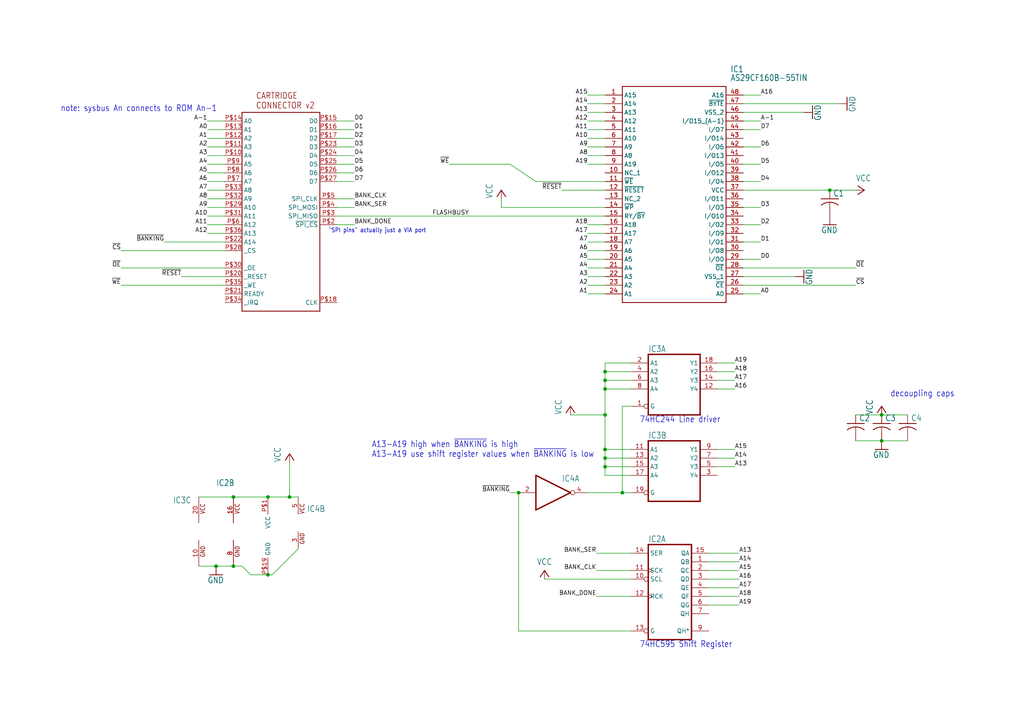
<source format=kicad_sch>
(kicad_sch
	(version 20250114)
	(generator "eeschema")
	(generator_version "9.0")
	(uuid "efb4bb42-9307-46c9-89da-d677369b1356")
	(paper "User" 300.914 210.058)
	(lib_symbols
		(symbol "FlashCardBanked2M-eagle-import:741G04DBV"
			(exclude_from_sim no)
			(in_bom yes)
			(on_board yes)
			(property "Reference" "IC"
				(at -0.635 -0.635 0)
				(effects
					(font
						(size 1.778 1.5113)
					)
					(justify left bottom)
				)
			)
			(property "Value" ""
				(at 2.54 -5.08 0)
				(effects
					(font
						(size 1.778 1.5113)
					)
					(justify left bottom)
					(hide yes)
				)
			)
			(property "Footprint" "FlashCardBanked2M:SOT23-5"
				(at 0 0 0)
				(effects
					(font
						(size 1.27 1.27)
					)
					(hide yes)
				)
			)
			(property "Datasheet" ""
				(at 0 0 0)
				(effects
					(font
						(size 1.27 1.27)
					)
					(hide yes)
				)
			)
			(property "Description" ""
				(at 0 0 0)
				(effects
					(font
						(size 1.27 1.27)
					)
					(hide yes)
				)
			)
			(property "ki_locked" ""
				(at 0 0 0)
				(effects
					(font
						(size 1.27 1.27)
					)
				)
			)
			(symbol "741G04DBV_1_0"
				(polyline
					(pts
						(xy -5.08 5.08) (xy 5.08 0)
					)
					(stroke
						(width 0.4064)
						(type solid)
					)
					(fill
						(type none)
					)
				)
				(polyline
					(pts
						(xy -5.08 -5.08) (xy -5.08 5.08)
					)
					(stroke
						(width 0.4064)
						(type solid)
					)
					(fill
						(type none)
					)
				)
				(polyline
					(pts
						(xy 5.08 0) (xy -5.08 -5.08)
					)
					(stroke
						(width 0.4064)
						(type solid)
					)
					(fill
						(type none)
					)
				)
				(pin input line
					(at -10.16 0 0)
					(length 5.08)
					(name "I"
						(effects
							(font
								(size 0 0)
							)
						)
					)
					(number "2"
						(effects
							(font
								(size 1.27 1.27)
							)
						)
					)
				)
				(pin output inverted
					(at 10.16 0 180)
					(length 5.08)
					(name "O"
						(effects
							(font
								(size 0 0)
							)
						)
					)
					(number "4"
						(effects
							(font
								(size 1.27 1.27)
							)
						)
					)
				)
			)
			(symbol "741G04DBV_2_0"
				(text "VCC"
					(at 1.905 2.54 900)
					(effects
						(font
							(size 1.27 1.0795)
						)
						(justify left bottom)
					)
				)
				(text "GND"
					(at 1.905 -6.35 900)
					(effects
						(font
							(size 1.27 1.0795)
						)
						(justify left bottom)
					)
				)
				(pin power_in line
					(at 0 7.62 270)
					(length 5.08)
					(name "VCC"
						(effects
							(font
								(size 0 0)
							)
						)
					)
					(number "5"
						(effects
							(font
								(size 1.27 1.27)
							)
						)
					)
				)
				(pin power_in line
					(at 0 -7.62 90)
					(length 5.08)
					(name "GND"
						(effects
							(font
								(size 0 0)
							)
						)
					)
					(number "3"
						(effects
							(font
								(size 1.27 1.27)
							)
						)
					)
				)
			)
			(embedded_fonts no)
		)
		(symbol "FlashCardBanked2M-eagle-import:74244DW"
			(exclude_from_sim no)
			(in_bom yes)
			(on_board yes)
			(property "Reference" "IC"
				(at -0.635 -0.635 0)
				(effects
					(font
						(size 1.778 1.5113)
					)
					(justify left bottom)
				)
			)
			(property "Value" ""
				(at -7.62 -12.7 0)
				(effects
					(font
						(size 1.778 1.5113)
					)
					(justify left bottom)
					(hide yes)
				)
			)
			(property "Footprint" "FlashCardBanked2M:SO20W"
				(at 0 0 0)
				(effects
					(font
						(size 1.27 1.27)
					)
					(hide yes)
				)
			)
			(property "Datasheet" ""
				(at 0 0 0)
				(effects
					(font
						(size 1.27 1.27)
					)
					(hide yes)
				)
			)
			(property "Description" ""
				(at 0 0 0)
				(effects
					(font
						(size 1.27 1.27)
					)
					(hide yes)
				)
			)
			(property "ki_locked" ""
				(at 0 0 0)
				(effects
					(font
						(size 1.27 1.27)
					)
				)
			)
			(symbol "74244DW_1_0"
				(polyline
					(pts
						(xy -7.62 7.62) (xy -7.62 -10.16)
					)
					(stroke
						(width 0.4064)
						(type solid)
					)
					(fill
						(type none)
					)
				)
				(polyline
					(pts
						(xy -7.62 -10.16) (xy 7.62 -10.16)
					)
					(stroke
						(width 0.4064)
						(type solid)
					)
					(fill
						(type none)
					)
				)
				(polyline
					(pts
						(xy 7.62 7.62) (xy -7.62 7.62)
					)
					(stroke
						(width 0.4064)
						(type solid)
					)
					(fill
						(type none)
					)
				)
				(polyline
					(pts
						(xy 7.62 -10.16) (xy 7.62 7.62)
					)
					(stroke
						(width 0.4064)
						(type solid)
					)
					(fill
						(type none)
					)
				)
				(pin input line
					(at -12.7 5.08 0)
					(length 5.08)
					(name "A1"
						(effects
							(font
								(size 1.27 1.27)
							)
						)
					)
					(number "2"
						(effects
							(font
								(size 1.27 1.27)
							)
						)
					)
				)
				(pin input line
					(at -12.7 2.54 0)
					(length 5.08)
					(name "A2"
						(effects
							(font
								(size 1.27 1.27)
							)
						)
					)
					(number "4"
						(effects
							(font
								(size 1.27 1.27)
							)
						)
					)
				)
				(pin input line
					(at -12.7 0 0)
					(length 5.08)
					(name "A3"
						(effects
							(font
								(size 1.27 1.27)
							)
						)
					)
					(number "6"
						(effects
							(font
								(size 1.27 1.27)
							)
						)
					)
				)
				(pin input line
					(at -12.7 -2.54 0)
					(length 5.08)
					(name "A4"
						(effects
							(font
								(size 1.27 1.27)
							)
						)
					)
					(number "8"
						(effects
							(font
								(size 1.27 1.27)
							)
						)
					)
				)
				(pin input inverted
					(at -12.7 -7.62 0)
					(length 5.08)
					(name "G"
						(effects
							(font
								(size 1.27 1.27)
							)
						)
					)
					(number "1"
						(effects
							(font
								(size 1.27 1.27)
							)
						)
					)
				)
				(pin tri_state line
					(at 12.7 5.08 180)
					(length 5.08)
					(name "Y1"
						(effects
							(font
								(size 1.27 1.27)
							)
						)
					)
					(number "18"
						(effects
							(font
								(size 1.27 1.27)
							)
						)
					)
				)
				(pin tri_state line
					(at 12.7 2.54 180)
					(length 5.08)
					(name "Y2"
						(effects
							(font
								(size 1.27 1.27)
							)
						)
					)
					(number "16"
						(effects
							(font
								(size 1.27 1.27)
							)
						)
					)
				)
				(pin tri_state line
					(at 12.7 0 180)
					(length 5.08)
					(name "Y3"
						(effects
							(font
								(size 1.27 1.27)
							)
						)
					)
					(number "14"
						(effects
							(font
								(size 1.27 1.27)
							)
						)
					)
				)
				(pin tri_state line
					(at 12.7 -2.54 180)
					(length 5.08)
					(name "Y4"
						(effects
							(font
								(size 1.27 1.27)
							)
						)
					)
					(number "12"
						(effects
							(font
								(size 1.27 1.27)
							)
						)
					)
				)
			)
			(symbol "74244DW_2_0"
				(polyline
					(pts
						(xy -7.62 7.62) (xy -7.62 -10.16)
					)
					(stroke
						(width 0.4064)
						(type solid)
					)
					(fill
						(type none)
					)
				)
				(polyline
					(pts
						(xy -7.62 -10.16) (xy 7.62 -10.16)
					)
					(stroke
						(width 0.4064)
						(type solid)
					)
					(fill
						(type none)
					)
				)
				(polyline
					(pts
						(xy 7.62 7.62) (xy -7.62 7.62)
					)
					(stroke
						(width 0.4064)
						(type solid)
					)
					(fill
						(type none)
					)
				)
				(polyline
					(pts
						(xy 7.62 -10.16) (xy 7.62 7.62)
					)
					(stroke
						(width 0.4064)
						(type solid)
					)
					(fill
						(type none)
					)
				)
				(pin input line
					(at -12.7 5.08 0)
					(length 5.08)
					(name "A1"
						(effects
							(font
								(size 1.27 1.27)
							)
						)
					)
					(number "11"
						(effects
							(font
								(size 1.27 1.27)
							)
						)
					)
				)
				(pin input line
					(at -12.7 2.54 0)
					(length 5.08)
					(name "A2"
						(effects
							(font
								(size 1.27 1.27)
							)
						)
					)
					(number "13"
						(effects
							(font
								(size 1.27 1.27)
							)
						)
					)
				)
				(pin input line
					(at -12.7 0 0)
					(length 5.08)
					(name "A3"
						(effects
							(font
								(size 1.27 1.27)
							)
						)
					)
					(number "15"
						(effects
							(font
								(size 1.27 1.27)
							)
						)
					)
				)
				(pin input line
					(at -12.7 -2.54 0)
					(length 5.08)
					(name "A4"
						(effects
							(font
								(size 1.27 1.27)
							)
						)
					)
					(number "17"
						(effects
							(font
								(size 1.27 1.27)
							)
						)
					)
				)
				(pin input inverted
					(at -12.7 -7.62 0)
					(length 5.08)
					(name "G"
						(effects
							(font
								(size 1.27 1.27)
							)
						)
					)
					(number "19"
						(effects
							(font
								(size 1.27 1.27)
							)
						)
					)
				)
				(pin tri_state line
					(at 12.7 5.08 180)
					(length 5.08)
					(name "Y1"
						(effects
							(font
								(size 1.27 1.27)
							)
						)
					)
					(number "9"
						(effects
							(font
								(size 1.27 1.27)
							)
						)
					)
				)
				(pin tri_state line
					(at 12.7 2.54 180)
					(length 5.08)
					(name "Y2"
						(effects
							(font
								(size 1.27 1.27)
							)
						)
					)
					(number "7"
						(effects
							(font
								(size 1.27 1.27)
							)
						)
					)
				)
				(pin tri_state line
					(at 12.7 0 180)
					(length 5.08)
					(name "Y3"
						(effects
							(font
								(size 1.27 1.27)
							)
						)
					)
					(number "5"
						(effects
							(font
								(size 1.27 1.27)
							)
						)
					)
				)
				(pin tri_state line
					(at 12.7 -2.54 180)
					(length 5.08)
					(name "Y4"
						(effects
							(font
								(size 1.27 1.27)
							)
						)
					)
					(number "3"
						(effects
							(font
								(size 1.27 1.27)
							)
						)
					)
				)
			)
			(symbol "74244DW_3_0"
				(text "VCC"
					(at 1.905 5.08 900)
					(effects
						(font
							(size 1.27 1.0795)
						)
						(justify left bottom)
					)
				)
				(text "GND"
					(at 1.905 -7.62 900)
					(effects
						(font
							(size 1.27 1.0795)
						)
						(justify left bottom)
					)
				)
				(pin power_in line
					(at 0 10.16 270)
					(length 7.62)
					(name "VCC"
						(effects
							(font
								(size 0 0)
							)
						)
					)
					(number "20"
						(effects
							(font
								(size 1.27 1.27)
							)
						)
					)
				)
				(pin power_in line
					(at 0 -10.16 90)
					(length 7.62)
					(name "GND"
						(effects
							(font
								(size 0 0)
							)
						)
					)
					(number "10"
						(effects
							(font
								(size 1.27 1.27)
							)
						)
					)
				)
			)
			(embedded_fonts no)
		)
		(symbol "FlashCardBanked2M-eagle-import:74595D"
			(exclude_from_sim no)
			(in_bom yes)
			(on_board yes)
			(property "Reference" "IC"
				(at -0.635 -0.635 0)
				(effects
					(font
						(size 1.778 1.5113)
					)
					(justify left bottom)
				)
			)
			(property "Value" ""
				(at -5.08 -17.78 0)
				(effects
					(font
						(size 1.778 1.5113)
					)
					(justify left bottom)
					(hide yes)
				)
			)
			(property "Footprint" "FlashCardBanked2M:SO16"
				(at 0 0 0)
				(effects
					(font
						(size 1.27 1.27)
					)
					(hide yes)
				)
			)
			(property "Datasheet" ""
				(at 0 0 0)
				(effects
					(font
						(size 1.27 1.27)
					)
					(hide yes)
				)
			)
			(property "Description" ""
				(at 0 0 0)
				(effects
					(font
						(size 1.27 1.27)
					)
					(hide yes)
				)
			)
			(property "ki_locked" ""
				(at 0 0 0)
				(effects
					(font
						(size 1.27 1.27)
					)
				)
			)
			(symbol "74595D_1_0"
				(polyline
					(pts
						(xy -5.08 12.7) (xy -5.08 -15.24)
					)
					(stroke
						(width 0.4064)
						(type solid)
					)
					(fill
						(type none)
					)
				)
				(polyline
					(pts
						(xy -5.08 -15.24) (xy 7.62 -15.24)
					)
					(stroke
						(width 0.4064)
						(type solid)
					)
					(fill
						(type none)
					)
				)
				(polyline
					(pts
						(xy 7.62 12.7) (xy -5.08 12.7)
					)
					(stroke
						(width 0.4064)
						(type solid)
					)
					(fill
						(type none)
					)
				)
				(polyline
					(pts
						(xy 7.62 -15.24) (xy 7.62 12.7)
					)
					(stroke
						(width 0.4064)
						(type solid)
					)
					(fill
						(type none)
					)
				)
				(pin input line
					(at -10.16 10.16 0)
					(length 5.08)
					(name "SER"
						(effects
							(font
								(size 1.27 1.27)
							)
						)
					)
					(number "14"
						(effects
							(font
								(size 1.27 1.27)
							)
						)
					)
				)
				(pin input clock
					(at -10.16 5.08 0)
					(length 5.08)
					(name "SCK"
						(effects
							(font
								(size 1.27 1.27)
							)
						)
					)
					(number "11"
						(effects
							(font
								(size 1.27 1.27)
							)
						)
					)
				)
				(pin input inverted
					(at -10.16 2.54 0)
					(length 5.08)
					(name "SCL"
						(effects
							(font
								(size 1.27 1.27)
							)
						)
					)
					(number "10"
						(effects
							(font
								(size 1.27 1.27)
							)
						)
					)
				)
				(pin input clock
					(at -10.16 -2.54 0)
					(length 5.08)
					(name "RCK"
						(effects
							(font
								(size 1.27 1.27)
							)
						)
					)
					(number "12"
						(effects
							(font
								(size 1.27 1.27)
							)
						)
					)
				)
				(pin input inverted
					(at -10.16 -12.7 0)
					(length 5.08)
					(name "G"
						(effects
							(font
								(size 1.27 1.27)
							)
						)
					)
					(number "13"
						(effects
							(font
								(size 1.27 1.27)
							)
						)
					)
				)
				(pin tri_state line
					(at 12.7 10.16 180)
					(length 5.08)
					(name "QA"
						(effects
							(font
								(size 1.27 1.27)
							)
						)
					)
					(number "15"
						(effects
							(font
								(size 1.27 1.27)
							)
						)
					)
				)
				(pin tri_state line
					(at 12.7 7.62 180)
					(length 5.08)
					(name "QB"
						(effects
							(font
								(size 1.27 1.27)
							)
						)
					)
					(number "1"
						(effects
							(font
								(size 1.27 1.27)
							)
						)
					)
				)
				(pin tri_state line
					(at 12.7 5.08 180)
					(length 5.08)
					(name "QC"
						(effects
							(font
								(size 1.27 1.27)
							)
						)
					)
					(number "2"
						(effects
							(font
								(size 1.27 1.27)
							)
						)
					)
				)
				(pin tri_state line
					(at 12.7 2.54 180)
					(length 5.08)
					(name "QD"
						(effects
							(font
								(size 1.27 1.27)
							)
						)
					)
					(number "3"
						(effects
							(font
								(size 1.27 1.27)
							)
						)
					)
				)
				(pin tri_state line
					(at 12.7 0 180)
					(length 5.08)
					(name "QE"
						(effects
							(font
								(size 1.27 1.27)
							)
						)
					)
					(number "4"
						(effects
							(font
								(size 1.27 1.27)
							)
						)
					)
				)
				(pin tri_state line
					(at 12.7 -2.54 180)
					(length 5.08)
					(name "QF"
						(effects
							(font
								(size 1.27 1.27)
							)
						)
					)
					(number "5"
						(effects
							(font
								(size 1.27 1.27)
							)
						)
					)
				)
				(pin tri_state line
					(at 12.7 -5.08 180)
					(length 5.08)
					(name "QG"
						(effects
							(font
								(size 1.27 1.27)
							)
						)
					)
					(number "6"
						(effects
							(font
								(size 1.27 1.27)
							)
						)
					)
				)
				(pin tri_state line
					(at 12.7 -7.62 180)
					(length 5.08)
					(name "QH"
						(effects
							(font
								(size 1.27 1.27)
							)
						)
					)
					(number "7"
						(effects
							(font
								(size 1.27 1.27)
							)
						)
					)
				)
				(pin tri_state line
					(at 12.7 -12.7 180)
					(length 5.08)
					(name "QH*"
						(effects
							(font
								(size 1.27 1.27)
							)
						)
					)
					(number "9"
						(effects
							(font
								(size 1.27 1.27)
							)
						)
					)
				)
			)
			(symbol "74595D_2_0"
				(text "VCC"
					(at 1.905 5.08 900)
					(effects
						(font
							(size 1.27 1.0795)
						)
						(justify left bottom)
					)
				)
				(text "GND"
					(at 1.905 -7.62 900)
					(effects
						(font
							(size 1.27 1.0795)
						)
						(justify left bottom)
					)
				)
				(pin power_in line
					(at 0 10.16 270)
					(length 7.62)
					(name "VCC"
						(effects
							(font
								(size 0 0)
							)
						)
					)
					(number "16"
						(effects
							(font
								(size 1.27 1.27)
							)
						)
					)
				)
				(pin power_in line
					(at 0 -10.16 90)
					(length 7.62)
					(name "GND"
						(effects
							(font
								(size 0 0)
							)
						)
					)
					(number "8"
						(effects
							(font
								(size 1.27 1.27)
							)
						)
					)
				)
			)
			(embedded_fonts no)
		)
		(symbol "FlashCardBanked2M-eagle-import:AS29CF160B-55TIN"
			(exclude_from_sim no)
			(in_bom yes)
			(on_board yes)
			(property "Reference" "IC"
				(at 36.83 7.62 0)
				(effects
					(font
						(size 1.778 1.5113)
					)
					(justify left)
				)
			)
			(property "Value" ""
				(at 36.83 5.08 0)
				(effects
					(font
						(size 1.778 1.5113)
					)
					(justify left)
				)
			)
			(property "Footprint" "FlashCardBanked2M:SOP50P2000X120-48N"
				(at 0 0 0)
				(effects
					(font
						(size 1.27 1.27)
					)
					(hide yes)
				)
			)
			(property "Datasheet" ""
				(at 0 0 0)
				(effects
					(font
						(size 1.27 1.27)
					)
					(hide yes)
				)
			)
			(property "Description" ""
				(at 0 0 0)
				(effects
					(font
						(size 1.27 1.27)
					)
					(hide yes)
				)
			)
			(property "ki_locked" ""
				(at 0 0 0)
				(effects
					(font
						(size 1.27 1.27)
					)
				)
			)
			(symbol "AS29CF160B-55TIN_1_0"
				(polyline
					(pts
						(xy 5.08 2.54) (xy 5.08 -60.96)
					)
					(stroke
						(width 0.254)
						(type solid)
					)
					(fill
						(type none)
					)
				)
				(polyline
					(pts
						(xy 5.08 2.54) (xy 35.56 2.54)
					)
					(stroke
						(width 0.254)
						(type solid)
					)
					(fill
						(type none)
					)
				)
				(polyline
					(pts
						(xy 35.56 -60.96) (xy 5.08 -60.96)
					)
					(stroke
						(width 0.254)
						(type solid)
					)
					(fill
						(type none)
					)
				)
				(polyline
					(pts
						(xy 35.56 -60.96) (xy 35.56 2.54)
					)
					(stroke
						(width 0.254)
						(type solid)
					)
					(fill
						(type none)
					)
				)
				(pin bidirectional line
					(at 0 0 0)
					(length 5.08)
					(name "A15"
						(effects
							(font
								(size 1.27 1.27)
							)
						)
					)
					(number "1"
						(effects
							(font
								(size 1.27 1.27)
							)
						)
					)
				)
				(pin bidirectional line
					(at 0 -2.54 0)
					(length 5.08)
					(name "A14"
						(effects
							(font
								(size 1.27 1.27)
							)
						)
					)
					(number "2"
						(effects
							(font
								(size 1.27 1.27)
							)
						)
					)
				)
				(pin bidirectional line
					(at 0 -5.08 0)
					(length 5.08)
					(name "A13"
						(effects
							(font
								(size 1.27 1.27)
							)
						)
					)
					(number "3"
						(effects
							(font
								(size 1.27 1.27)
							)
						)
					)
				)
				(pin bidirectional line
					(at 0 -7.62 0)
					(length 5.08)
					(name "A12"
						(effects
							(font
								(size 1.27 1.27)
							)
						)
					)
					(number "4"
						(effects
							(font
								(size 1.27 1.27)
							)
						)
					)
				)
				(pin bidirectional line
					(at 0 -10.16 0)
					(length 5.08)
					(name "A11"
						(effects
							(font
								(size 1.27 1.27)
							)
						)
					)
					(number "5"
						(effects
							(font
								(size 1.27 1.27)
							)
						)
					)
				)
				(pin bidirectional line
					(at 0 -12.7 0)
					(length 5.08)
					(name "A10"
						(effects
							(font
								(size 1.27 1.27)
							)
						)
					)
					(number "6"
						(effects
							(font
								(size 1.27 1.27)
							)
						)
					)
				)
				(pin bidirectional line
					(at 0 -15.24 0)
					(length 5.08)
					(name "A9"
						(effects
							(font
								(size 1.27 1.27)
							)
						)
					)
					(number "7"
						(effects
							(font
								(size 1.27 1.27)
							)
						)
					)
				)
				(pin bidirectional line
					(at 0 -17.78 0)
					(length 5.08)
					(name "A8"
						(effects
							(font
								(size 1.27 1.27)
							)
						)
					)
					(number "8"
						(effects
							(font
								(size 1.27 1.27)
							)
						)
					)
				)
				(pin bidirectional line
					(at 0 -20.32 0)
					(length 5.08)
					(name "A19"
						(effects
							(font
								(size 1.27 1.27)
							)
						)
					)
					(number "9"
						(effects
							(font
								(size 1.27 1.27)
							)
						)
					)
				)
				(pin bidirectional line
					(at 0 -22.86 0)
					(length 5.08)
					(name "NC_1"
						(effects
							(font
								(size 1.27 1.27)
							)
						)
					)
					(number "10"
						(effects
							(font
								(size 1.27 1.27)
							)
						)
					)
				)
				(pin bidirectional line
					(at 0 -25.4 0)
					(length 5.08)
					(name "~{WE}"
						(effects
							(font
								(size 1.27 1.27)
							)
						)
					)
					(number "11"
						(effects
							(font
								(size 1.27 1.27)
							)
						)
					)
				)
				(pin bidirectional line
					(at 0 -27.94 0)
					(length 5.08)
					(name "~{RESET}"
						(effects
							(font
								(size 1.27 1.27)
							)
						)
					)
					(number "12"
						(effects
							(font
								(size 1.27 1.27)
							)
						)
					)
				)
				(pin bidirectional line
					(at 0 -30.48 0)
					(length 5.08)
					(name "NC_2"
						(effects
							(font
								(size 1.27 1.27)
							)
						)
					)
					(number "13"
						(effects
							(font
								(size 1.27 1.27)
							)
						)
					)
				)
				(pin bidirectional line
					(at 0 -33.02 0)
					(length 5.08)
					(name "~{WP}"
						(effects
							(font
								(size 1.27 1.27)
							)
						)
					)
					(number "14"
						(effects
							(font
								(size 1.27 1.27)
							)
						)
					)
				)
				(pin bidirectional line
					(at 0 -35.56 0)
					(length 5.08)
					(name "RY/~{BY}"
						(effects
							(font
								(size 1.27 1.27)
							)
						)
					)
					(number "15"
						(effects
							(font
								(size 1.27 1.27)
							)
						)
					)
				)
				(pin bidirectional line
					(at 0 -38.1 0)
					(length 5.08)
					(name "A18"
						(effects
							(font
								(size 1.27 1.27)
							)
						)
					)
					(number "16"
						(effects
							(font
								(size 1.27 1.27)
							)
						)
					)
				)
				(pin bidirectional line
					(at 0 -40.64 0)
					(length 5.08)
					(name "A17"
						(effects
							(font
								(size 1.27 1.27)
							)
						)
					)
					(number "17"
						(effects
							(font
								(size 1.27 1.27)
							)
						)
					)
				)
				(pin bidirectional line
					(at 0 -43.18 0)
					(length 5.08)
					(name "A7"
						(effects
							(font
								(size 1.27 1.27)
							)
						)
					)
					(number "18"
						(effects
							(font
								(size 1.27 1.27)
							)
						)
					)
				)
				(pin bidirectional line
					(at 0 -45.72 0)
					(length 5.08)
					(name "A6"
						(effects
							(font
								(size 1.27 1.27)
							)
						)
					)
					(number "19"
						(effects
							(font
								(size 1.27 1.27)
							)
						)
					)
				)
				(pin bidirectional line
					(at 0 -48.26 0)
					(length 5.08)
					(name "A5"
						(effects
							(font
								(size 1.27 1.27)
							)
						)
					)
					(number "20"
						(effects
							(font
								(size 1.27 1.27)
							)
						)
					)
				)
				(pin bidirectional line
					(at 0 -50.8 0)
					(length 5.08)
					(name "A4"
						(effects
							(font
								(size 1.27 1.27)
							)
						)
					)
					(number "21"
						(effects
							(font
								(size 1.27 1.27)
							)
						)
					)
				)
				(pin bidirectional line
					(at 0 -53.34 0)
					(length 5.08)
					(name "A3"
						(effects
							(font
								(size 1.27 1.27)
							)
						)
					)
					(number "22"
						(effects
							(font
								(size 1.27 1.27)
							)
						)
					)
				)
				(pin bidirectional line
					(at 0 -55.88 0)
					(length 5.08)
					(name "A2"
						(effects
							(font
								(size 1.27 1.27)
							)
						)
					)
					(number "23"
						(effects
							(font
								(size 1.27 1.27)
							)
						)
					)
				)
				(pin bidirectional line
					(at 0 -58.42 0)
					(length 5.08)
					(name "A1"
						(effects
							(font
								(size 1.27 1.27)
							)
						)
					)
					(number "24"
						(effects
							(font
								(size 1.27 1.27)
							)
						)
					)
				)
				(pin bidirectional line
					(at 40.64 0 180)
					(length 5.08)
					(name "A16"
						(effects
							(font
								(size 1.27 1.27)
							)
						)
					)
					(number "48"
						(effects
							(font
								(size 1.27 1.27)
							)
						)
					)
				)
				(pin bidirectional line
					(at 40.64 -2.54 180)
					(length 5.08)
					(name "~{BYTE}"
						(effects
							(font
								(size 1.27 1.27)
							)
						)
					)
					(number "47"
						(effects
							(font
								(size 1.27 1.27)
							)
						)
					)
				)
				(pin bidirectional line
					(at 40.64 -5.08 180)
					(length 5.08)
					(name "VSS_2"
						(effects
							(font
								(size 1.27 1.27)
							)
						)
					)
					(number "46"
						(effects
							(font
								(size 1.27 1.27)
							)
						)
					)
				)
				(pin bidirectional line
					(at 40.64 -7.62 180)
					(length 5.08)
					(name "I/O15_(A-1)"
						(effects
							(font
								(size 1.27 1.27)
							)
						)
					)
					(number "45"
						(effects
							(font
								(size 1.27 1.27)
							)
						)
					)
				)
				(pin bidirectional line
					(at 40.64 -10.16 180)
					(length 5.08)
					(name "I/O7"
						(effects
							(font
								(size 1.27 1.27)
							)
						)
					)
					(number "44"
						(effects
							(font
								(size 1.27 1.27)
							)
						)
					)
				)
				(pin bidirectional line
					(at 40.64 -12.7 180)
					(length 5.08)
					(name "I/O14"
						(effects
							(font
								(size 1.27 1.27)
							)
						)
					)
					(number "43"
						(effects
							(font
								(size 1.27 1.27)
							)
						)
					)
				)
				(pin bidirectional line
					(at 40.64 -15.24 180)
					(length 5.08)
					(name "I/O6"
						(effects
							(font
								(size 1.27 1.27)
							)
						)
					)
					(number "42"
						(effects
							(font
								(size 1.27 1.27)
							)
						)
					)
				)
				(pin bidirectional line
					(at 40.64 -17.78 180)
					(length 5.08)
					(name "I/O13"
						(effects
							(font
								(size 1.27 1.27)
							)
						)
					)
					(number "41"
						(effects
							(font
								(size 1.27 1.27)
							)
						)
					)
				)
				(pin bidirectional line
					(at 40.64 -20.32 180)
					(length 5.08)
					(name "I/O5"
						(effects
							(font
								(size 1.27 1.27)
							)
						)
					)
					(number "40"
						(effects
							(font
								(size 1.27 1.27)
							)
						)
					)
				)
				(pin bidirectional line
					(at 40.64 -22.86 180)
					(length 5.08)
					(name "I/O12"
						(effects
							(font
								(size 1.27 1.27)
							)
						)
					)
					(number "39"
						(effects
							(font
								(size 1.27 1.27)
							)
						)
					)
				)
				(pin bidirectional line
					(at 40.64 -25.4 180)
					(length 5.08)
					(name "I/O4"
						(effects
							(font
								(size 1.27 1.27)
							)
						)
					)
					(number "38"
						(effects
							(font
								(size 1.27 1.27)
							)
						)
					)
				)
				(pin bidirectional line
					(at 40.64 -27.94 180)
					(length 5.08)
					(name "VCC"
						(effects
							(font
								(size 1.27 1.27)
							)
						)
					)
					(number "37"
						(effects
							(font
								(size 1.27 1.27)
							)
						)
					)
				)
				(pin bidirectional line
					(at 40.64 -30.48 180)
					(length 5.08)
					(name "I/O11"
						(effects
							(font
								(size 1.27 1.27)
							)
						)
					)
					(number "36"
						(effects
							(font
								(size 1.27 1.27)
							)
						)
					)
				)
				(pin bidirectional line
					(at 40.64 -33.02 180)
					(length 5.08)
					(name "I/O3"
						(effects
							(font
								(size 1.27 1.27)
							)
						)
					)
					(number "35"
						(effects
							(font
								(size 1.27 1.27)
							)
						)
					)
				)
				(pin bidirectional line
					(at 40.64 -35.56 180)
					(length 5.08)
					(name "I/O10"
						(effects
							(font
								(size 1.27 1.27)
							)
						)
					)
					(number "34"
						(effects
							(font
								(size 1.27 1.27)
							)
						)
					)
				)
				(pin bidirectional line
					(at 40.64 -38.1 180)
					(length 5.08)
					(name "I/O2"
						(effects
							(font
								(size 1.27 1.27)
							)
						)
					)
					(number "33"
						(effects
							(font
								(size 1.27 1.27)
							)
						)
					)
				)
				(pin bidirectional line
					(at 40.64 -40.64 180)
					(length 5.08)
					(name "I/O9"
						(effects
							(font
								(size 1.27 1.27)
							)
						)
					)
					(number "32"
						(effects
							(font
								(size 1.27 1.27)
							)
						)
					)
				)
				(pin bidirectional line
					(at 40.64 -43.18 180)
					(length 5.08)
					(name "I/O1"
						(effects
							(font
								(size 1.27 1.27)
							)
						)
					)
					(number "31"
						(effects
							(font
								(size 1.27 1.27)
							)
						)
					)
				)
				(pin bidirectional line
					(at 40.64 -45.72 180)
					(length 5.08)
					(name "I/O8"
						(effects
							(font
								(size 1.27 1.27)
							)
						)
					)
					(number "30"
						(effects
							(font
								(size 1.27 1.27)
							)
						)
					)
				)
				(pin bidirectional line
					(at 40.64 -48.26 180)
					(length 5.08)
					(name "I/O0"
						(effects
							(font
								(size 1.27 1.27)
							)
						)
					)
					(number "29"
						(effects
							(font
								(size 1.27 1.27)
							)
						)
					)
				)
				(pin bidirectional line
					(at 40.64 -50.8 180)
					(length 5.08)
					(name "~{OE}"
						(effects
							(font
								(size 1.27 1.27)
							)
						)
					)
					(number "28"
						(effects
							(font
								(size 1.27 1.27)
							)
						)
					)
				)
				(pin bidirectional line
					(at 40.64 -53.34 180)
					(length 5.08)
					(name "VSS_1"
						(effects
							(font
								(size 1.27 1.27)
							)
						)
					)
					(number "27"
						(effects
							(font
								(size 1.27 1.27)
							)
						)
					)
				)
				(pin bidirectional line
					(at 40.64 -55.88 180)
					(length 5.08)
					(name "~{CE}"
						(effects
							(font
								(size 1.27 1.27)
							)
						)
					)
					(number "26"
						(effects
							(font
								(size 1.27 1.27)
							)
						)
					)
				)
				(pin bidirectional line
					(at 40.64 -58.42 180)
					(length 5.08)
					(name "A0"
						(effects
							(font
								(size 1.27 1.27)
							)
						)
					)
					(number "25"
						(effects
							(font
								(size 1.27 1.27)
							)
						)
					)
				)
			)
			(embedded_fonts no)
		)
		(symbol "FlashCardBanked2M-eagle-import:C-USC0805"
			(exclude_from_sim no)
			(in_bom yes)
			(on_board yes)
			(property "Reference" "C"
				(at 1.016 0.635 0)
				(effects
					(font
						(size 1.778 1.5113)
					)
					(justify left bottom)
				)
			)
			(property "Value" ""
				(at 1.016 -4.191 0)
				(effects
					(font
						(size 1.778 1.5113)
					)
					(justify left bottom)
				)
			)
			(property "Footprint" "FlashCardBanked2M:C0805"
				(at 0 0 0)
				(effects
					(font
						(size 1.27 1.27)
					)
					(hide yes)
				)
			)
			(property "Datasheet" ""
				(at 0 0 0)
				(effects
					(font
						(size 1.27 1.27)
					)
					(hide yes)
				)
			)
			(property "Description" ""
				(at 0 0 0)
				(effects
					(font
						(size 1.27 1.27)
					)
					(hide yes)
				)
			)
			(property "ki_locked" ""
				(at 0 0 0)
				(effects
					(font
						(size 1.27 1.27)
					)
				)
			)
			(symbol "C-USC0805_1_0"
				(polyline
					(pts
						(xy -2.54 0) (xy 2.54 0)
					)
					(stroke
						(width 0.254)
						(type solid)
					)
					(fill
						(type none)
					)
				)
				(arc
					(start -2.4668 -1.8504)
					(mid -1.302 -1.2303)
					(end 0 -1.0161)
					(stroke
						(width 0.254)
						(type solid)
					)
					(fill
						(type none)
					)
				)
				(polyline
					(pts
						(xy 0 -1.016) (xy 0 -2.54)
					)
					(stroke
						(width 0.1524)
						(type solid)
					)
					(fill
						(type none)
					)
				)
				(arc
					(start 0 -1)
					(mid 1.3158 -1.2194)
					(end 2.4892 -1.8541)
					(stroke
						(width 0.254)
						(type solid)
					)
					(fill
						(type none)
					)
				)
				(pin passive line
					(at 0 2.54 270)
					(length 2.54)
					(name "1"
						(effects
							(font
								(size 0 0)
							)
						)
					)
					(number "1"
						(effects
							(font
								(size 0 0)
							)
						)
					)
				)
				(pin passive line
					(at 0 -5.08 90)
					(length 2.54)
					(name "2"
						(effects
							(font
								(size 0 0)
							)
						)
					)
					(number "2"
						(effects
							(font
								(size 0 0)
							)
						)
					)
				)
			)
			(embedded_fonts no)
		)
		(symbol "FlashCardBanked2M-eagle-import:GND"
			(power)
			(exclude_from_sim no)
			(in_bom yes)
			(on_board yes)
			(property "Reference" "#GND"
				(at 0 0 0)
				(effects
					(font
						(size 1.27 1.27)
					)
					(hide yes)
				)
			)
			(property "Value" "GND"
				(at -2.54 -2.54 0)
				(effects
					(font
						(size 1.778 1.5113)
					)
					(justify left bottom)
				)
			)
			(property "Footprint" ""
				(at 0 0 0)
				(effects
					(font
						(size 1.27 1.27)
					)
					(hide yes)
				)
			)
			(property "Datasheet" ""
				(at 0 0 0)
				(effects
					(font
						(size 1.27 1.27)
					)
					(hide yes)
				)
			)
			(property "Description" ""
				(at 0 0 0)
				(effects
					(font
						(size 1.27 1.27)
					)
					(hide yes)
				)
			)
			(property "ki_locked" ""
				(at 0 0 0)
				(effects
					(font
						(size 1.27 1.27)
					)
				)
			)
			(symbol "GND_1_0"
				(polyline
					(pts
						(xy -1.905 0) (xy 1.905 0)
					)
					(stroke
						(width 0.254)
						(type solid)
					)
					(fill
						(type none)
					)
				)
				(pin power_in line
					(at 0 2.54 270)
					(length 2.54)
					(name "GND"
						(effects
							(font
								(size 0 0)
							)
						)
					)
					(number "1"
						(effects
							(font
								(size 0 0)
							)
						)
					)
				)
			)
			(embedded_fonts no)
		)
		(symbol "FlashCardBanked2M-eagle-import:GT_CART3GT_CARD"
			(exclude_from_sim no)
			(in_bom yes)
			(on_board yes)
			(property "Reference" ""
				(at 0 0 0)
				(effects
					(font
						(size 1.27 1.27)
					)
					(hide yes)
				)
			)
			(property "Value" ""
				(at 0 0 0)
				(effects
					(font
						(size 1.27 1.27)
					)
					(hide yes)
				)
			)
			(property "Footprint" "FlashCardBanked2M:CARD36"
				(at 0 0 0)
				(effects
					(font
						(size 1.27 1.27)
					)
					(hide yes)
				)
			)
			(property "Datasheet" ""
				(at 0 0 0)
				(effects
					(font
						(size 1.27 1.27)
					)
					(hide yes)
				)
			)
			(property "Description" ""
				(at 0 0 0)
				(effects
					(font
						(size 1.27 1.27)
					)
					(hide yes)
				)
			)
			(property "ki_locked" ""
				(at 0 0 0)
				(effects
					(font
						(size 1.27 1.27)
					)
				)
			)
			(symbol "GT_CART3GT_CARD_1_0"
				(pin power_in line
					(at 0 12.7 270)
					(length 5.08)
					(name "VCC"
						(effects
							(font
								(size 1.27 1.27)
							)
						)
					)
					(number "P$1"
						(effects
							(font
								(size 1.27 1.27)
							)
						)
					)
				)
				(pin power_in line
					(at 0 -10.16 90)
					(length 5.08)
					(name "GND"
						(effects
							(font
								(size 1.27 1.27)
							)
						)
					)
					(number "P$19"
						(effects
							(font
								(size 1.27 1.27)
							)
						)
					)
				)
			)
			(symbol "GT_CART3GT_CARD_2_0"
				(polyline
					(pts
						(xy -10.16 22.86) (xy 12.7 22.86)
					)
					(stroke
						(width 0.254)
						(type solid)
					)
					(fill
						(type none)
					)
				)
				(polyline
					(pts
						(xy -10.16 -35.56) (xy -10.16 22.86)
					)
					(stroke
						(width 0.254)
						(type solid)
					)
					(fill
						(type none)
					)
				)
				(polyline
					(pts
						(xy 12.7 22.86) (xy 12.7 -35.56)
					)
					(stroke
						(width 0.254)
						(type solid)
					)
					(fill
						(type none)
					)
				)
				(polyline
					(pts
						(xy 12.7 -35.56) (xy -10.16 -35.56)
					)
					(stroke
						(width 0.254)
						(type solid)
					)
					(fill
						(type none)
					)
				)
				(text "CARTRIDGE\nCONNECTOR v2"
					(at -6.096 23.876 0)
					(effects
						(font
							(size 1.778 1.5113)
						)
						(justify left bottom)
					)
				)
				(pin bidirectional line
					(at -15.24 20.32 0)
					(length 5.08)
					(name "A0"
						(effects
							(font
								(size 1.27 1.27)
							)
						)
					)
					(number "P$14"
						(effects
							(font
								(size 1.27 1.27)
							)
						)
					)
				)
				(pin bidirectional line
					(at -15.24 17.78 0)
					(length 5.08)
					(name "A1"
						(effects
							(font
								(size 1.27 1.27)
							)
						)
					)
					(number "P$13"
						(effects
							(font
								(size 1.27 1.27)
							)
						)
					)
				)
				(pin bidirectional line
					(at -15.24 15.24 0)
					(length 5.08)
					(name "A2"
						(effects
							(font
								(size 1.27 1.27)
							)
						)
					)
					(number "P$12"
						(effects
							(font
								(size 1.27 1.27)
							)
						)
					)
				)
				(pin bidirectional line
					(at -15.24 12.7 0)
					(length 5.08)
					(name "A3"
						(effects
							(font
								(size 1.27 1.27)
							)
						)
					)
					(number "P$11"
						(effects
							(font
								(size 1.27 1.27)
							)
						)
					)
				)
				(pin bidirectional line
					(at -15.24 10.16 0)
					(length 5.08)
					(name "A4"
						(effects
							(font
								(size 1.27 1.27)
							)
						)
					)
					(number "P$10"
						(effects
							(font
								(size 1.27 1.27)
							)
						)
					)
				)
				(pin bidirectional line
					(at -15.24 7.62 0)
					(length 5.08)
					(name "A5"
						(effects
							(font
								(size 1.27 1.27)
							)
						)
					)
					(number "P$9"
						(effects
							(font
								(size 1.27 1.27)
							)
						)
					)
				)
				(pin bidirectional line
					(at -15.24 5.08 0)
					(length 5.08)
					(name "A6"
						(effects
							(font
								(size 1.27 1.27)
							)
						)
					)
					(number "P$8"
						(effects
							(font
								(size 1.27 1.27)
							)
						)
					)
				)
				(pin bidirectional line
					(at -15.24 2.54 0)
					(length 5.08)
					(name "A7"
						(effects
							(font
								(size 1.27 1.27)
							)
						)
					)
					(number "P$7"
						(effects
							(font
								(size 1.27 1.27)
							)
						)
					)
				)
				(pin bidirectional line
					(at -15.24 0 0)
					(length 5.08)
					(name "A8"
						(effects
							(font
								(size 1.27 1.27)
							)
						)
					)
					(number "P$33"
						(effects
							(font
								(size 1.27 1.27)
							)
						)
					)
				)
				(pin bidirectional line
					(at -15.24 -2.54 0)
					(length 5.08)
					(name "A9"
						(effects
							(font
								(size 1.27 1.27)
							)
						)
					)
					(number "P$32"
						(effects
							(font
								(size 1.27 1.27)
							)
						)
					)
				)
				(pin bidirectional line
					(at -15.24 -5.08 0)
					(length 5.08)
					(name "A10"
						(effects
							(font
								(size 1.27 1.27)
							)
						)
					)
					(number "P$29"
						(effects
							(font
								(size 1.27 1.27)
							)
						)
					)
				)
				(pin bidirectional line
					(at -15.24 -7.62 0)
					(length 5.08)
					(name "A11"
						(effects
							(font
								(size 1.27 1.27)
							)
						)
					)
					(number "P$31"
						(effects
							(font
								(size 1.27 1.27)
							)
						)
					)
				)
				(pin bidirectional line
					(at -15.24 -10.16 0)
					(length 5.08)
					(name "A12"
						(effects
							(font
								(size 1.27 1.27)
							)
						)
					)
					(number "P$6"
						(effects
							(font
								(size 1.27 1.27)
							)
						)
					)
				)
				(pin bidirectional line
					(at -15.24 -12.7 0)
					(length 5.08)
					(name "A13"
						(effects
							(font
								(size 1.27 1.27)
							)
						)
					)
					(number "P$36"
						(effects
							(font
								(size 1.27 1.27)
							)
						)
					)
				)
				(pin bidirectional line
					(at -15.24 -15.24 0)
					(length 5.08)
					(name "A14"
						(effects
							(font
								(size 1.27 1.27)
							)
						)
					)
					(number "P$22"
						(effects
							(font
								(size 1.27 1.27)
							)
						)
					)
				)
				(pin bidirectional line
					(at -15.24 -17.78 0)
					(length 5.08)
					(name "_CS"
						(effects
							(font
								(size 1.27 1.27)
							)
						)
					)
					(number "P$28"
						(effects
							(font
								(size 1.27 1.27)
							)
						)
					)
				)
				(pin bidirectional line
					(at -15.24 -22.86 0)
					(length 5.08)
					(name "_OE"
						(effects
							(font
								(size 1.27 1.27)
							)
						)
					)
					(number "P$30"
						(effects
							(font
								(size 1.27 1.27)
							)
						)
					)
				)
				(pin bidirectional line
					(at -15.24 -25.4 0)
					(length 5.08)
					(name "_RESET"
						(effects
							(font
								(size 1.27 1.27)
							)
						)
					)
					(number "P$20"
						(effects
							(font
								(size 1.27 1.27)
							)
						)
					)
				)
				(pin bidirectional line
					(at -15.24 -27.94 0)
					(length 5.08)
					(name "_WE"
						(effects
							(font
								(size 1.27 1.27)
							)
						)
					)
					(number "P$35"
						(effects
							(font
								(size 1.27 1.27)
							)
						)
					)
				)
				(pin bidirectional line
					(at -15.24 -30.48 0)
					(length 5.08)
					(name "READY"
						(effects
							(font
								(size 1.27 1.27)
							)
						)
					)
					(number "P$21"
						(effects
							(font
								(size 1.27 1.27)
							)
						)
					)
				)
				(pin bidirectional line
					(at -15.24 -33.02 0)
					(length 5.08)
					(name "_IRQ"
						(effects
							(font
								(size 1.27 1.27)
							)
						)
					)
					(number "P$34"
						(effects
							(font
								(size 1.27 1.27)
							)
						)
					)
				)
				(pin bidirectional line
					(at 17.78 20.32 180)
					(length 5.08)
					(name "D0"
						(effects
							(font
								(size 1.27 1.27)
							)
						)
					)
					(number "P$15"
						(effects
							(font
								(size 1.27 1.27)
							)
						)
					)
				)
				(pin bidirectional line
					(at 17.78 17.78 180)
					(length 5.08)
					(name "D1"
						(effects
							(font
								(size 1.27 1.27)
							)
						)
					)
					(number "P$16"
						(effects
							(font
								(size 1.27 1.27)
							)
						)
					)
				)
				(pin bidirectional line
					(at 17.78 15.24 180)
					(length 5.08)
					(name "D2"
						(effects
							(font
								(size 1.27 1.27)
							)
						)
					)
					(number "P$17"
						(effects
							(font
								(size 1.27 1.27)
							)
						)
					)
				)
				(pin bidirectional line
					(at 17.78 12.7 180)
					(length 5.08)
					(name "D3"
						(effects
							(font
								(size 1.27 1.27)
							)
						)
					)
					(number "P$23"
						(effects
							(font
								(size 1.27 1.27)
							)
						)
					)
				)
				(pin bidirectional line
					(at 17.78 10.16 180)
					(length 5.08)
					(name "D4"
						(effects
							(font
								(size 1.27 1.27)
							)
						)
					)
					(number "P$24"
						(effects
							(font
								(size 1.27 1.27)
							)
						)
					)
				)
				(pin bidirectional line
					(at 17.78 7.62 180)
					(length 5.08)
					(name "D5"
						(effects
							(font
								(size 1.27 1.27)
							)
						)
					)
					(number "P$25"
						(effects
							(font
								(size 1.27 1.27)
							)
						)
					)
				)
				(pin bidirectional line
					(at 17.78 5.08 180)
					(length 5.08)
					(name "D6"
						(effects
							(font
								(size 1.27 1.27)
							)
						)
					)
					(number "P$26"
						(effects
							(font
								(size 1.27 1.27)
							)
						)
					)
				)
				(pin bidirectional line
					(at 17.78 2.54 180)
					(length 5.08)
					(name "D7"
						(effects
							(font
								(size 1.27 1.27)
							)
						)
					)
					(number "P$27"
						(effects
							(font
								(size 1.27 1.27)
							)
						)
					)
				)
				(pin bidirectional line
					(at 17.78 -2.54 180)
					(length 5.08)
					(name "SPI_CLK"
						(effects
							(font
								(size 1.27 1.27)
							)
						)
					)
					(number "P$5"
						(effects
							(font
								(size 1.27 1.27)
							)
						)
					)
				)
				(pin bidirectional line
					(at 17.78 -5.08 180)
					(length 5.08)
					(name "SPI_MOSI"
						(effects
							(font
								(size 1.27 1.27)
							)
						)
					)
					(number "P$4"
						(effects
							(font
								(size 1.27 1.27)
							)
						)
					)
				)
				(pin bidirectional line
					(at 17.78 -7.62 180)
					(length 5.08)
					(name "SPI_MISO"
						(effects
							(font
								(size 1.27 1.27)
							)
						)
					)
					(number "P$3"
						(effects
							(font
								(size 1.27 1.27)
							)
						)
					)
				)
				(pin bidirectional line
					(at 17.78 -10.16 180)
					(length 5.08)
					(name "~{SPI_CS}"
						(effects
							(font
								(size 1.27 1.27)
							)
						)
					)
					(number "P$2"
						(effects
							(font
								(size 1.27 1.27)
							)
						)
					)
				)
				(pin bidirectional line
					(at 17.78 -33.02 180)
					(length 5.08)
					(name "CLK"
						(effects
							(font
								(size 1.27 1.27)
							)
						)
					)
					(number "P$18"
						(effects
							(font
								(size 1.27 1.27)
							)
						)
					)
				)
			)
			(embedded_fonts no)
		)
		(symbol "FlashCardBanked2M-eagle-import:VCC"
			(power)
			(exclude_from_sim no)
			(in_bom yes)
			(on_board yes)
			(property "Reference" "#P+"
				(at 0 0 0)
				(effects
					(font
						(size 1.27 1.27)
					)
					(hide yes)
				)
			)
			(property "Value" "VCC"
				(at -2.54 -2.54 90)
				(effects
					(font
						(size 1.778 1.5113)
					)
					(justify left bottom)
				)
			)
			(property "Footprint" ""
				(at 0 0 0)
				(effects
					(font
						(size 1.27 1.27)
					)
					(hide yes)
				)
			)
			(property "Datasheet" ""
				(at 0 0 0)
				(effects
					(font
						(size 1.27 1.27)
					)
					(hide yes)
				)
			)
			(property "Description" ""
				(at 0 0 0)
				(effects
					(font
						(size 1.27 1.27)
					)
					(hide yes)
				)
			)
			(property "ki_locked" ""
				(at 0 0 0)
				(effects
					(font
						(size 1.27 1.27)
					)
				)
			)
			(symbol "VCC_1_0"
				(polyline
					(pts
						(xy 0 0) (xy -1.27 -1.905)
					)
					(stroke
						(width 0.254)
						(type solid)
					)
					(fill
						(type none)
					)
				)
				(polyline
					(pts
						(xy 1.27 -1.905) (xy 0 0)
					)
					(stroke
						(width 0.254)
						(type solid)
					)
					(fill
						(type none)
					)
				)
				(pin power_in line
					(at 0 -2.54 90)
					(length 2.54)
					(name "VCC"
						(effects
							(font
								(size 0 0)
							)
						)
					)
					(number "1"
						(effects
							(font
								(size 0 0)
							)
						)
					)
				)
			)
			(embedded_fonts no)
		)
	)
	(text "decoupling caps"
		(exclude_from_sim no)
		(at 261.62 116.84 0)
		(effects
			(font
				(size 1.778 1.5113)
			)
			(justify left bottom)
		)
		(uuid "09e28b4f-6318-40fc-b4da-c5b5e1e4599c")
	)
	(text "74HC595 Shift Register"
		(exclude_from_sim no)
		(at 187.96 190.5 0)
		(effects
			(font
				(size 1.778 1.5113)
			)
			(justify left bottom)
		)
		(uuid "4fe982a3-44d0-4ac9-bd9f-22eee6f548db")
	)
	(text "74HC244 Line driver"
		(exclude_from_sim no)
		(at 187.96 124.46 0)
		(effects
			(font
				(size 1.778 1.5113)
			)
			(justify left bottom)
		)
		(uuid "8a7c92af-05d2-4c37-b037-eb54e25bf4eb")
	)
	(text "\"SPI pins\" actually just a VIA port"
		(exclude_from_sim no)
		(at 96.52 68.58 0)
		(effects
			(font
				(size 1.27 1.0795)
			)
			(justify left bottom)
		)
		(uuid "a8177d6a-0a55-4fa8-95ab-be5ca45a0461")
	)
	(text "note: sysbus An connects to ROM An-1"
		(exclude_from_sim no)
		(at 17.78 33.02 0)
		(effects
			(font
				(size 1.778 1.5113)
			)
			(justify left bottom)
		)
		(uuid "d736655f-3d94-4c76-8077-52eddd9db8ac")
	)
	(text "A13-A19 high when ~{BANKING} is high\nA13-A19 use shift register values when ~{BANKING} is low"
		(exclude_from_sim no)
		(at 109.22 134.62 0)
		(effects
			(font
				(size 1.778 1.5113)
			)
			(justify left bottom)
		)
		(uuid "f85b04c3-3c15-4b12-b89b-a5d58ee1b2d2")
	)
	(junction
		(at 259.08 129.54)
		(diameter 0)
		(color 0 0 0 0)
		(uuid "45a01d7c-58c3-4b5b-8b3c-88200ce0cbbe")
	)
	(junction
		(at 68.58 166.37)
		(diameter 0)
		(color 0 0 0 0)
		(uuid "49188cbd-a514-4702-b48a-a703b95bb30a")
	)
	(junction
		(at 259.08 121.92)
		(diameter 0)
		(color 0 0 0 0)
		(uuid "4acaa14e-3115-4bde-9d80-00a528ec0e8e")
	)
	(junction
		(at 177.8 109.22)
		(diameter 0)
		(color 0 0 0 0)
		(uuid "5d87e2ee-b687-4706-8572-782229f83ba8")
	)
	(junction
		(at 177.8 111.76)
		(diameter 0)
		(color 0 0 0 0)
		(uuid "6f04a40b-096e-4ed9-b0a6-cf4c8a99b08f")
	)
	(junction
		(at 177.8 132.08)
		(diameter 0)
		(color 0 0 0 0)
		(uuid "7402f950-bd18-468b-88c1-157fff2034a5")
	)
	(junction
		(at 177.8 114.3)
		(diameter 0)
		(color 0 0 0 0)
		(uuid "77dbbd04-3868-4e36-a990-7ab4093315b1")
	)
	(junction
		(at 63.5 166.37)
		(diameter 0)
		(color 0 0 0 0)
		(uuid "80ad4e51-595f-4c02-af5d-445f6f167702")
	)
	(junction
		(at 177.8 121.92)
		(diameter 0)
		(color 0 0 0 0)
		(uuid "827b2447-b371-4d0d-8995-1dbb85437421")
	)
	(junction
		(at 177.8 137.16)
		(diameter 0)
		(color 0 0 0 0)
		(uuid "95ddfc5e-ad48-4a47-b9b6-7eb62934a17e")
	)
	(junction
		(at 85.09 146.05)
		(diameter 0)
		(color 0 0 0 0)
		(uuid "9c62480d-a700-459e-99fd-16c800c97879")
	)
	(junction
		(at 78.74 146.05)
		(diameter 0)
		(color 0 0 0 0)
		(uuid "d023fe87-d2ca-462a-8298-11946e4427de")
	)
	(junction
		(at 177.8 134.62)
		(diameter 0)
		(color 0 0 0 0)
		(uuid "db90d1d2-aa3a-42cd-ba46-5b387e50a543")
	)
	(junction
		(at 78.74 168.91)
		(diameter 0)
		(color 0 0 0 0)
		(uuid "efd1c04d-dac5-4dfb-a722-09323cdeaa56")
	)
	(junction
		(at 68.58 146.05)
		(diameter 0)
		(color 0 0 0 0)
		(uuid "f2af06ba-9569-4890-90ab-eca882c1fed2")
	)
	(junction
		(at 182.88 144.78)
		(diameter 0)
		(color 0 0 0 0)
		(uuid "f4fa3134-951a-489b-8412-11e07c79b998")
	)
	(junction
		(at 243.84 55.88)
		(diameter 0)
		(color 0 0 0 0)
		(uuid "fc7a8863-fb7c-4048-9654-92fa6a541ab9")
	)
	(junction
		(at 152.4 144.78)
		(diameter 0)
		(color 0 0 0 0)
		(uuid "fdeb192d-3e87-43cb-a55c-0dd51dd15d78")
	)
	(wire
		(pts
			(xy 177.8 35.56) (xy 172.72 35.56)
		)
		(stroke
			(width 0.1524)
			(type solid)
		)
		(uuid "0176ad0d-0034-4f1b-8e8a-f366dedea9b8")
	)
	(wire
		(pts
			(xy 177.8 73.66) (xy 172.72 73.66)
		)
		(stroke
			(width 0.1524)
			(type solid)
		)
		(uuid "0196414d-d612-4292-8297-50b96fc580b0")
	)
	(wire
		(pts
			(xy 259.08 121.92) (xy 266.7 121.92)
		)
		(stroke
			(width 0.1524)
			(type solid)
		)
		(uuid "01ff1bd4-65fd-4679-9f8c-dba19554fedc")
	)
	(wire
		(pts
			(xy 147.32 58.42) (xy 147.32 60.96)
		)
		(stroke
			(width 0.1524)
			(type solid)
		)
		(uuid "062aa999-fb78-4991-a268-8df6971c8762")
	)
	(wire
		(pts
			(xy 132.08 48.26) (xy 139.7 48.26)
		)
		(stroke
			(width 0.1524)
			(type solid)
		)
		(uuid "09218075-7e10-4146-bbcb-ec76e64be4d1")
	)
	(wire
		(pts
			(xy 177.8 38.1) (xy 172.72 38.1)
		)
		(stroke
			(width 0.1524)
			(type solid)
		)
		(uuid "09a69257-d5a3-4e8a-a6e7-7e11929faa68")
	)
	(wire
		(pts
			(xy 85.09 135.89) (xy 85.09 146.05)
		)
		(stroke
			(width 0)
			(type default)
		)
		(uuid "0c0858b0-4f8a-4b89-b3e4-44eca6e89e30")
	)
	(wire
		(pts
			(xy 218.44 33.02) (xy 236.22 33.02)
		)
		(stroke
			(width 0.1524)
			(type solid)
		)
		(uuid "0e085c92-7538-43ff-baba-436135907553")
	)
	(wire
		(pts
			(xy 99.06 60.96) (xy 104.14 60.96)
		)
		(stroke
			(width 0.1524)
			(type solid)
		)
		(uuid "0f27f6cf-4793-4f88-956e-9a17cc161b3c")
	)
	(wire
		(pts
			(xy 251.46 121.92) (xy 259.08 121.92)
		)
		(stroke
			(width 0.1524)
			(type solid)
		)
		(uuid "110392ea-1cc5-4700-a609-54961b476ae5")
	)
	(wire
		(pts
			(xy 218.44 35.56) (xy 223.52 35.56)
		)
		(stroke
			(width 0.1524)
			(type solid)
		)
		(uuid "1180244f-eb89-4c09-9844-84a3289f542a")
	)
	(wire
		(pts
			(xy 66.04 45.72) (xy 60.96 45.72)
		)
		(stroke
			(width 0.1524)
			(type solid)
		)
		(uuid "1223e818-cbe6-4466-ba8d-6a92552da9c2")
	)
	(wire
		(pts
			(xy 185.42 139.7) (xy 177.8 139.7)
		)
		(stroke
			(width 0.1524)
			(type solid)
		)
		(uuid "122acd39-b9c5-4823-83c3-6f17be7284df")
	)
	(wire
		(pts
			(xy 160.02 170.18) (xy 185.42 170.18)
		)
		(stroke
			(width 0)
			(type default)
		)
		(uuid "15df9aa2-69a7-4e06-9025-8872f1889599")
	)
	(wire
		(pts
			(xy 177.8 55.88) (xy 165.1 55.88)
		)
		(stroke
			(width 0.1524)
			(type solid)
		)
		(uuid "1b1dc3b9-dbbb-4fec-b9af-b7e24caebf12")
	)
	(wire
		(pts
			(xy 217.17 170.18) (xy 208.28 170.18)
		)
		(stroke
			(width 0)
			(type default)
		)
		(uuid "1bfbf8ab-2308-4a68-b00e-f041fdbf95c9")
	)
	(wire
		(pts
			(xy 217.17 165.1) (xy 208.28 165.1)
		)
		(stroke
			(width 0)
			(type default)
		)
		(uuid "1c194c2e-d708-498b-af0c-8598d8569a8a")
	)
	(wire
		(pts
			(xy 177.8 86.36) (xy 172.72 86.36)
		)
		(stroke
			(width 0.1524)
			(type solid)
		)
		(uuid "1cca3b97-6a7e-4da5-9435-bf53a28d6d31")
	)
	(wire
		(pts
			(xy 177.8 78.74) (xy 172.72 78.74)
		)
		(stroke
			(width 0.1524)
			(type solid)
		)
		(uuid "20de1691-9bf2-425f-a310-4f6c9f698ae8")
	)
	(wire
		(pts
			(xy 66.04 53.34) (xy 60.96 53.34)
		)
		(stroke
			(width 0.1524)
			(type solid)
		)
		(uuid "23ab9c00-7c24-465a-a532-a7879da40d5d")
	)
	(wire
		(pts
			(xy 217.17 172.72) (xy 208.28 172.72)
		)
		(stroke
			(width 0)
			(type default)
		)
		(uuid "26c5818f-88b0-4e79-9854-5d8d77a0d77e")
	)
	(wire
		(pts
			(xy 99.06 50.8) (xy 104.14 50.8)
		)
		(stroke
			(width 0.1524)
			(type solid)
		)
		(uuid "287275ff-0127-442c-bf18-fa0b4dafc49d")
	)
	(wire
		(pts
			(xy 85.09 146.05) (xy 87.63 146.05)
		)
		(stroke
			(width 0)
			(type default)
		)
		(uuid "29dbeedd-5700-42ae-842a-2e7d2158dd92")
	)
	(wire
		(pts
			(xy 71.12 166.37) (xy 73.66 168.91)
		)
		(stroke
			(width 0)
			(type default)
		)
		(uuid "2d4fcad5-ebb9-4efb-b4e4-3236e17cf5ab")
	)
	(wire
		(pts
			(xy 182.88 144.78) (xy 182.88 119.38)
		)
		(stroke
			(width 0.1524)
			(type solid)
		)
		(uuid "2faae6d9-7fb2-426f-aa9f-0356b2047c27")
	)
	(wire
		(pts
			(xy 218.44 71.12) (xy 223.52 71.12)
		)
		(stroke
			(width 0.1524)
			(type solid)
		)
		(uuid "30a9639f-a2f4-4a7f-80e8-e13e39ee6b3d")
	)
	(wire
		(pts
			(xy 177.8 111.76) (xy 177.8 114.3)
		)
		(stroke
			(width 0.1524)
			(type solid)
		)
		(uuid "31c6c902-b391-4a35-93e9-5605c9942d6b")
	)
	(wire
		(pts
			(xy 177.8 40.64) (xy 172.72 40.64)
		)
		(stroke
			(width 0.1524)
			(type solid)
		)
		(uuid "355cc7a6-1a5e-471d-ab06-94bc57ab4c56")
	)
	(wire
		(pts
			(xy 177.8 45.72) (xy 172.72 45.72)
		)
		(stroke
			(width 0.1524)
			(type solid)
		)
		(uuid "3a1e6e72-0f24-4968-9e98-b713893b3e66")
	)
	(wire
		(pts
			(xy 210.82 106.68) (xy 215.9 106.68)
		)
		(stroke
			(width 0.1524)
			(type solid)
		)
		(uuid "3c5fbb42-d0bc-472f-98a2-272a47b43375")
	)
	(wire
		(pts
			(xy 66.04 63.5) (xy 60.96 63.5)
		)
		(stroke
			(width 0.1524)
			(type solid)
		)
		(uuid "3ed1d1e1-fe0e-4c23-9b90-5cb593e5dc39")
	)
	(wire
		(pts
			(xy 66.04 38.1) (xy 60.96 38.1)
		)
		(stroke
			(width 0.1524)
			(type solid)
		)
		(uuid "45ef4588-cecd-487e-93d6-6627132d3f55")
	)
	(wire
		(pts
			(xy 251.46 129.54) (xy 259.08 129.54)
		)
		(stroke
			(width 0.1524)
			(type solid)
		)
		(uuid "468c21bb-15a1-4138-8ecb-05e3985f0bf5")
	)
	(wire
		(pts
			(xy 218.44 55.88) (xy 243.84 55.88)
		)
		(stroke
			(width 0.1524)
			(type solid)
		)
		(uuid "492d8b87-0300-447b-96b5-5578c7b7bd98")
	)
	(wire
		(pts
			(xy 177.8 114.3) (xy 177.8 121.92)
		)
		(stroke
			(width 0.1524)
			(type solid)
		)
		(uuid "5350f599-0ba3-4606-a4f2-e4aaf541470d")
	)
	(wire
		(pts
			(xy 218.44 38.1) (xy 223.52 38.1)
		)
		(stroke
			(width 0.1524)
			(type solid)
		)
		(uuid "545f61e8-97e8-4430-9519-da2293454a76")
	)
	(wire
		(pts
			(xy 152.4 144.78) (xy 149.86 144.78)
		)
		(stroke
			(width 0.1524)
			(type solid)
		)
		(uuid "55fc7059-1c14-43d4-baae-297df503b538")
	)
	(wire
		(pts
			(xy 99.06 35.56) (xy 104.14 35.56)
		)
		(stroke
			(width 0.1524)
			(type solid)
		)
		(uuid "560b17b5-9887-4d8e-ab96-7366e82aa1cc")
	)
	(wire
		(pts
			(xy 78.74 146.05) (xy 85.09 146.05)
		)
		(stroke
			(width 0)
			(type default)
		)
		(uuid "565bdad0-7ad3-4671-96fe-e2581fd7a2bd")
	)
	(wire
		(pts
			(xy 68.58 146.05) (xy 78.74 146.05)
		)
		(stroke
			(width 0)
			(type default)
		)
		(uuid "57a1d1af-5625-4b68-b297-4b647c8e0459")
	)
	(wire
		(pts
			(xy 99.06 66.04) (xy 104.14 66.04)
		)
		(stroke
			(width 0.1524)
			(type solid)
		)
		(uuid "5b6b9cc7-0ff9-40c4-b72b-8424a7ef269d")
	)
	(wire
		(pts
			(xy 66.04 35.56) (xy 60.96 35.56)
		)
		(stroke
			(width 0.1524)
			(type solid)
		)
		(uuid "6045b963-5b4c-4d02-82a3-324d4a921107")
	)
	(wire
		(pts
			(xy 177.8 71.12) (xy 172.72 71.12)
		)
		(stroke
			(width 0.1524)
			(type solid)
		)
		(uuid "62c15833-2d69-4209-88a6-c74c008e0b1d")
	)
	(wire
		(pts
			(xy 99.06 38.1) (xy 104.14 38.1)
		)
		(stroke
			(width 0.1524)
			(type solid)
		)
		(uuid "647b8457-4688-4e33-93d4-92d924711988")
	)
	(wire
		(pts
			(xy 218.44 76.2) (xy 223.52 76.2)
		)
		(stroke
			(width 0.1524)
			(type solid)
		)
		(uuid "666fb9a3-d1b9-4ac2-aa74-2e6d067c7e46")
	)
	(wire
		(pts
			(xy 218.44 86.36) (xy 223.52 86.36)
		)
		(stroke
			(width 0.1524)
			(type solid)
		)
		(uuid "6d84dffa-d87f-4a0a-bbf3-d541ae25ec24")
	)
	(wire
		(pts
			(xy 217.17 175.26) (xy 208.28 175.26)
		)
		(stroke
			(width 0)
			(type default)
		)
		(uuid "6df3e510-b007-4c05-969e-ecb9f9d1bedd")
	)
	(wire
		(pts
			(xy 185.42 137.16) (xy 177.8 137.16)
		)
		(stroke
			(width 0.1524)
			(type solid)
		)
		(uuid "6e065491-da91-4813-94a9-53ac6f42ba08")
	)
	(wire
		(pts
			(xy 99.06 45.72) (xy 104.14 45.72)
		)
		(stroke
			(width 0.1524)
			(type solid)
		)
		(uuid "7337a9de-9929-4eb7-88e7-39f41b47f2d9")
	)
	(wire
		(pts
			(xy 185.42 114.3) (xy 177.8 114.3)
		)
		(stroke
			(width 0.1524)
			(type solid)
		)
		(uuid "73bc2265-28fb-4e2e-afad-9177ecc86c6f")
	)
	(wire
		(pts
			(xy 73.66 168.91) (xy 78.74 168.91)
		)
		(stroke
			(width 0)
			(type default)
		)
		(uuid "73bf7d04-8926-45ee-91db-073bbd629513")
	)
	(wire
		(pts
			(xy 259.08 129.54) (xy 266.7 129.54)
		)
		(stroke
			(width 0.1524)
			(type solid)
		)
		(uuid "7653c895-a5ea-414f-89d6-7dffb4e0cf62")
	)
	(wire
		(pts
			(xy 185.42 167.64) (xy 175.26 167.64)
		)
		(stroke
			(width 0.1524)
			(type solid)
		)
		(uuid "78aae986-c9f4-47d6-ae7a-3a3823d414f2")
	)
	(wire
		(pts
			(xy 177.8 76.2) (xy 172.72 76.2)
		)
		(stroke
			(width 0.1524)
			(type solid)
		)
		(uuid "7ad7dd44-b82c-478b-9010-15e3a2bf7997")
	)
	(wire
		(pts
			(xy 99.06 43.18) (xy 104.14 43.18)
		)
		(stroke
			(width 0.1524)
			(type solid)
		)
		(uuid "7bb0a603-54eb-4432-8f41-cd15c2f0354a")
	)
	(wire
		(pts
			(xy 66.04 78.74) (xy 35.56 78.74)
		)
		(stroke
			(width 0.1524)
			(type solid)
		)
		(uuid "7ec9e9d4-b552-49a3-8a39-06011a1e17bf")
	)
	(wire
		(pts
			(xy 99.06 63.5) (xy 177.8 63.5)
		)
		(stroke
			(width 0)
			(type default)
		)
		(uuid "8024890d-ef2f-44dd-8b91-1149dd6cb817")
	)
	(wire
		(pts
			(xy 177.8 83.82) (xy 172.72 83.82)
		)
		(stroke
			(width 0.1524)
			(type solid)
		)
		(uuid "80746d7b-be2e-4959-95b7-204e563c2e6c")
	)
	(wire
		(pts
			(xy 218.44 30.48) (xy 246.38 30.48)
		)
		(stroke
			(width 0.1524)
			(type solid)
		)
		(uuid "8651de81-ae6e-4e12-96a7-3f5fa8cb85a3")
	)
	(wire
		(pts
			(xy 218.44 83.82) (xy 251.46 83.82)
		)
		(stroke
			(width 0.1524)
			(type solid)
		)
		(uuid "868adc1a-76f5-48d2-894f-823d790474e8")
	)
	(wire
		(pts
			(xy 177.8 66.04) (xy 172.72 66.04)
		)
		(stroke
			(width 0.1524)
			(type solid)
		)
		(uuid "8709e08d-e87f-4724-8219-6102419b4e51")
	)
	(wire
		(pts
			(xy 218.44 27.94) (xy 223.52 27.94)
		)
		(stroke
			(width 0.1524)
			(type solid)
		)
		(uuid "87a09924-77a2-4a8e-865a-c3c24a837c64")
	)
	(wire
		(pts
			(xy 66.04 43.18) (xy 60.96 43.18)
		)
		(stroke
			(width 0.1524)
			(type solid)
		)
		(uuid "8b1cbf2c-93ce-4ee8-9803-f4314007b1d7")
	)
	(wire
		(pts
			(xy 139.7 48.26) (xy 149.86 48.26)
		)
		(stroke
			(width 0)
			(type default)
		)
		(uuid "8ceece41-09ff-46d6-a909-fe40790bcd9d")
	)
	(wire
		(pts
			(xy 177.8 27.94) (xy 172.72 27.94)
		)
		(stroke
			(width 0.1524)
			(type solid)
		)
		(uuid "8d1ddd46-7f40-4e7f-8980-8ae3f59cfd78")
	)
	(wire
		(pts
			(xy 63.5 166.37) (xy 68.58 166.37)
		)
		(stroke
			(width 0)
			(type default)
		)
		(uuid "8dc4c7d2-cef5-40c6-945f-78ecc2d11aa2")
	)
	(wire
		(pts
			(xy 210.82 109.22) (xy 215.9 109.22)
		)
		(stroke
			(width 0.1524)
			(type solid)
		)
		(uuid "8e3364b5-7291-4914-b159-af8fd2e5497e")
	)
	(wire
		(pts
			(xy 218.44 66.04) (xy 223.52 66.04)
		)
		(stroke
			(width 0.1524)
			(type solid)
		)
		(uuid "8f58a6b6-e22b-4cf8-bbaa-38cf203cd0b6")
	)
	(wire
		(pts
			(xy 185.42 162.56) (xy 175.26 162.56)
		)
		(stroke
			(width 0.1524)
			(type solid)
		)
		(uuid "922b3754-b61d-4b06-a1ba-5ba9b5d19585")
	)
	(wire
		(pts
			(xy 182.88 119.38) (xy 185.42 119.38)
		)
		(stroke
			(width 0.1524)
			(type solid)
		)
		(uuid "92c2c08d-421f-4ad8-95cb-783352d443e1")
	)
	(wire
		(pts
			(xy 177.8 134.62) (xy 177.8 137.16)
		)
		(stroke
			(width 0.1524)
			(type solid)
		)
		(uuid "94ca0a4e-99dd-46e5-8005-fd5323c342f8")
	)
	(wire
		(pts
			(xy 177.8 30.48) (xy 172.72 30.48)
		)
		(stroke
			(width 0.1524)
			(type solid)
		)
		(uuid "973da1ad-f05e-4414-a93d-6330e68243f1")
	)
	(wire
		(pts
			(xy 66.04 83.82) (xy 35.56 83.82)
		)
		(stroke
			(width 0.1524)
			(type solid)
		)
		(uuid "982f767e-6888-4132-b833-9f7ccd984d5f")
	)
	(wire
		(pts
			(xy 185.42 109.22) (xy 177.8 109.22)
		)
		(stroke
			(width 0.1524)
			(type solid)
		)
		(uuid "987769ce-b34b-4bc5-9e4b-331eafe2b647")
	)
	(wire
		(pts
			(xy 66.04 48.26) (xy 60.96 48.26)
		)
		(stroke
			(width 0.1524)
			(type solid)
		)
		(uuid "9b0ae75f-e284-465d-a842-78bc996e7238")
	)
	(wire
		(pts
			(xy 66.04 60.96) (xy 60.96 60.96)
		)
		(stroke
			(width 0.1524)
			(type solid)
		)
		(uuid "9bb87e79-9984-4121-a12c-c9022f2b48b9")
	)
	(wire
		(pts
			(xy 177.8 33.02) (xy 172.72 33.02)
		)
		(stroke
			(width 0.1524)
			(type solid)
		)
		(uuid "9c725006-5d5b-4112-8546-a7a0ac7100bc")
	)
	(wire
		(pts
			(xy 185.42 144.78) (xy 182.88 144.78)
		)
		(stroke
			(width 0.1524)
			(type solid)
		)
		(uuid "9f3ac5c0-062e-4973-916e-97e778eb5b57")
	)
	(wire
		(pts
			(xy 218.44 60.96) (xy 223.52 60.96)
		)
		(stroke
			(width 0.1524)
			(type solid)
		)
		(uuid "a006a72a-d800-49b5-8fed-791096bb2993")
	)
	(wire
		(pts
			(xy 185.42 111.76) (xy 177.8 111.76)
		)
		(stroke
			(width 0.1524)
			(type solid)
		)
		(uuid "a32c32ee-ac65-46a8-bc52-cc96ce295ab9")
	)
	(wire
		(pts
			(xy 66.04 68.58) (xy 60.96 68.58)
		)
		(stroke
			(width 0.1524)
			(type solid)
		)
		(uuid "a43d5ffb-f1f6-46c1-a44d-727c55fa79a9")
	)
	(wire
		(pts
			(xy 177.8 121.92) (xy 177.8 132.08)
		)
		(stroke
			(width 0.1524)
			(type solid)
		)
		(uuid "a52bc51f-980e-488c-940a-f6ced1961308")
	)
	(wire
		(pts
			(xy 177.8 109.22) (xy 177.8 111.76)
		)
		(stroke
			(width 0.1524)
			(type solid)
		)
		(uuid "a888a628-6111-4fba-b249-076140023404")
	)
	(wire
		(pts
			(xy 210.82 137.16) (xy 215.9 137.16)
		)
		(stroke
			(width 0.1524)
			(type solid)
		)
		(uuid "a9020c59-c1a6-458b-8875-c0be9ae70968")
	)
	(wire
		(pts
			(xy 167.64 121.92) (xy 177.8 121.92)
		)
		(stroke
			(width 0.1524)
			(type solid)
		)
		(uuid "aab94a32-a69e-4283-a1d2-b5dc0440af7e")
	)
	(wire
		(pts
			(xy 68.58 166.37) (xy 71.12 166.37)
		)
		(stroke
			(width 0)
			(type default)
		)
		(uuid "ab60117c-fc3e-45db-8c89-e9f7e10bac1c")
	)
	(wire
		(pts
			(xy 66.04 66.04) (xy 60.96 66.04)
		)
		(stroke
			(width 0.1524)
			(type solid)
		)
		(uuid "affc7390-e14b-4c87-96eb-d5acf4a56425")
	)
	(wire
		(pts
			(xy 243.84 55.88) (xy 251.46 55.88)
		)
		(stroke
			(width 0.1524)
			(type solid)
		)
		(uuid "b2fc5780-8d9b-4f16-8b00-732e7edd25a8")
	)
	(wire
		(pts
			(xy 66.04 50.8) (xy 60.96 50.8)
		)
		(stroke
			(width 0.1524)
			(type solid)
		)
		(uuid "b3515220-a267-4e49-aab1-71c0d478deb8")
	)
	(wire
		(pts
			(xy 177.8 68.58) (xy 172.72 68.58)
		)
		(stroke
			(width 0.1524)
			(type solid)
		)
		(uuid "b3acb833-940f-4714-8d13-2e9f33af1167")
	)
	(wire
		(pts
			(xy 218.44 48.26) (xy 223.52 48.26)
		)
		(stroke
			(width 0.1524)
			(type solid)
		)
		(uuid "b8edda7d-6a0b-49bf-8f92-a874fbf34f04")
	)
	(wire
		(pts
			(xy 78.74 168.91) (xy 80.01 168.91)
		)
		(stroke
			(width 0)
			(type default)
		)
		(uuid "b9fa1897-a8a9-4428-9d07-98abb1057f37")
	)
	(wire
		(pts
			(xy 177.8 132.08) (xy 177.8 134.62)
		)
		(stroke
			(width 0.1524)
			(type solid)
		)
		(uuid "bd9b506e-582a-4892-b6e3-89b9a294371f")
	)
	(wire
		(pts
			(xy 210.82 134.62) (xy 215.9 134.62)
		)
		(stroke
			(width 0.1524)
			(type solid)
		)
		(uuid "bddf5352-cfb5-4353-b27d-68773ab1c8da")
	)
	(wire
		(pts
			(xy 172.72 144.78) (xy 182.88 144.78)
		)
		(stroke
			(width 0.1524)
			(type solid)
		)
		(uuid "c0bbd2a5-b617-4e45-9c8d-101b6e3625b5")
	)
	(wire
		(pts
			(xy 66.04 81.28) (xy 53.34 81.28)
		)
		(stroke
			(width 0.1524)
			(type solid)
		)
		(uuid "c20a5cb9-ac8f-4034-8ad8-5a6c2b61b4e8")
	)
	(wire
		(pts
			(xy 58.42 166.37) (xy 63.5 166.37)
		)
		(stroke
			(width 0)
			(type default)
		)
		(uuid "c237278e-90c5-4657-91f7-b906e0910288")
	)
	(wire
		(pts
			(xy 177.8 48.26) (xy 172.72 48.26)
		)
		(stroke
			(width 0.1524)
			(type solid)
		)
		(uuid "c9ca2d72-35e9-4789-82b3-e7676c1325f8")
	)
	(wire
		(pts
			(xy 66.04 71.12) (xy 48.26 71.12)
		)
		(stroke
			(width 0.1524)
			(type solid)
		)
		(uuid "cc6222b5-4d3b-4ce0-8436-28ab94c87936")
	)
	(wire
		(pts
			(xy 218.44 53.34) (xy 223.52 53.34)
		)
		(stroke
			(width 0.1524)
			(type solid)
		)
		(uuid "cc8eff2d-bf5d-406a-889d-23c32eadcd82")
	)
	(wire
		(pts
			(xy 66.04 40.64) (xy 60.96 40.64)
		)
		(stroke
			(width 0.1524)
			(type solid)
		)
		(uuid "ccf4e012-5436-4cf6-a333-762389dd0ad6")
	)
	(wire
		(pts
			(xy 185.42 134.62) (xy 177.8 134.62)
		)
		(stroke
			(width 0.1524)
			(type solid)
		)
		(uuid "cd771023-3d36-4a12-a166-24a50f8dc1c3")
	)
	(wire
		(pts
			(xy 152.4 185.42) (xy 185.42 185.42)
		)
		(stroke
			(width 0.1524)
			(type solid)
		)
		(uuid "cdd6df56-40dd-4309-a7e2-68e964557afb")
	)
	(wire
		(pts
			(xy 157.48 53.34) (xy 177.8 53.34)
		)
		(stroke
			(width 0.1524)
			(type solid)
		)
		(uuid "cf7f3db2-3fcd-44ad-9dad-5bec99dfbc64")
	)
	(wire
		(pts
			(xy 80.01 168.91) (xy 87.63 161.29)
		)
		(stroke
			(width 0)
			(type default)
		)
		(uuid "cf8b8766-b386-4781-a120-01502be1b155")
	)
	(wire
		(pts
			(xy 66.04 73.66) (xy 35.56 73.66)
		)
		(stroke
			(width 0.1524)
			(type solid)
		)
		(uuid "d05585e1-2252-4964-b772-2cc810b91f4c")
	)
	(wire
		(pts
			(xy 147.32 60.96) (xy 177.8 60.96)
		)
		(stroke
			(width 0.1524)
			(type solid)
		)
		(uuid "d202e3f6-e332-437d-b399-f35e4844c1ce")
	)
	(wire
		(pts
			(xy 99.06 48.26) (xy 104.14 48.26)
		)
		(stroke
			(width 0.1524)
			(type solid)
		)
		(uuid "d239de36-e4d8-4e32-bbda-5b1dcd75489e")
	)
	(wire
		(pts
			(xy 217.17 162.56) (xy 208.28 162.56)
		)
		(stroke
			(width 0)
			(type default)
		)
		(uuid "d44d17c7-f857-4814-be97-93edc5baefff")
	)
	(wire
		(pts
			(xy 66.04 55.88) (xy 60.96 55.88)
		)
		(stroke
			(width 0.1524)
			(type solid)
		)
		(uuid "d490f965-9926-4648-a0e3-3a3c05be08f0")
	)
	(wire
		(pts
			(xy 152.4 144.78) (xy 152.4 185.42)
		)
		(stroke
			(width 0.1524)
			(type solid)
		)
		(uuid "d4ba1958-5392-4726-a08c-0aa1c33d3a72")
	)
	(wire
		(pts
			(xy 99.06 53.34) (xy 104.14 53.34)
		)
		(stroke
			(width 0.1524)
			(type solid)
		)
		(uuid "d54a75d1-72d3-4985-b754-f06b42ce71b5")
	)
	(wire
		(pts
			(xy 210.82 114.3) (xy 215.9 114.3)
		)
		(stroke
			(width 0.1524)
			(type solid)
		)
		(uuid "d5cc801d-f5a7-48d7-932f-cfba42b4c0dd")
	)
	(wire
		(pts
			(xy 218.44 43.18) (xy 223.52 43.18)
		)
		(stroke
			(width 0.1524)
			(type solid)
		)
		(uuid "d754edb5-3994-46aa-82cc-ac13d896ad29")
	)
	(wire
		(pts
			(xy 210.82 132.08) (xy 215.9 132.08)
		)
		(stroke
			(width 0.1524)
			(type solid)
		)
		(uuid "d7cd33e4-75dd-4a1a-be26-99d7470f6c42")
	)
	(wire
		(pts
			(xy 210.82 111.76) (xy 215.9 111.76)
		)
		(stroke
			(width 0.1524)
			(type solid)
		)
		(uuid "d9ccade3-707c-4a80-8bd9-36d0e724c137")
	)
	(wire
		(pts
			(xy 218.44 81.28) (xy 233.68 81.28)
		)
		(stroke
			(width 0.1524)
			(type solid)
		)
		(uuid "da7ab083-5643-4cab-b487-e5667c484b4e")
	)
	(wire
		(pts
			(xy 218.44 78.74) (xy 251.46 78.74)
		)
		(stroke
			(width 0.1524)
			(type solid)
		)
		(uuid "dce2e194-c52e-432e-9fb1-a4393fca9d96")
	)
	(wire
		(pts
			(xy 185.42 132.08) (xy 177.8 132.08)
		)
		(stroke
			(width 0.1524)
			(type solid)
		)
		(uuid "de61e221-bc28-45c9-9d6b-b46d8e6cabcc")
	)
	(wire
		(pts
			(xy 177.8 43.18) (xy 172.72 43.18)
		)
		(stroke
			(width 0.1524)
			(type solid)
		)
		(uuid "de92e9e3-dc62-4361-93ab-6f461c5297ff")
	)
	(wire
		(pts
			(xy 185.42 175.26) (xy 175.26 175.26)
		)
		(stroke
			(width 0.1524)
			(type solid)
		)
		(uuid "dec14483-5a57-4de7-ac7b-fba74a2c7724")
	)
	(wire
		(pts
			(xy 177.8 137.16) (xy 177.8 139.7)
		)
		(stroke
			(width 0.1524)
			(type solid)
		)
		(uuid "e0e07498-213c-4034-aef1-bf942d46ded2")
	)
	(wire
		(pts
			(xy 99.06 40.64) (xy 104.14 40.64)
		)
		(stroke
			(width 0.1524)
			(type solid)
		)
		(uuid "e1087cf1-24b9-46cf-b867-1be70b358129")
	)
	(wire
		(pts
			(xy 149.86 48.26) (xy 157.48 53.34)
		)
		(stroke
			(width 0.1524)
			(type solid)
		)
		(uuid "e19af12f-1fbc-4706-b06b-2ecaabde3c05")
	)
	(wire
		(pts
			(xy 58.42 146.05) (xy 68.58 146.05)
		)
		(stroke
			(width 0)
			(type default)
		)
		(uuid "e47a7f5a-a7c3-466a-baca-5cb2ede391ac")
	)
	(wire
		(pts
			(xy 177.8 106.68) (xy 177.8 109.22)
		)
		(stroke
			(width 0.1524)
			(type solid)
		)
		(uuid "e53aa8c8-13e3-44c8-8a84-2608d8b2fe18")
	)
	(wire
		(pts
			(xy 99.06 58.42) (xy 104.14 58.42)
		)
		(stroke
			(width 0.1524)
			(type solid)
		)
		(uuid "e56191a6-486f-4e85-9abc-f81c52d188dc")
	)
	(wire
		(pts
			(xy 185.42 106.68) (xy 177.8 106.68)
		)
		(stroke
			(width 0.1524)
			(type solid)
		)
		(uuid "eda99c56-c98d-4ecd-966f-210102f10f9e")
	)
	(wire
		(pts
			(xy 177.8 81.28) (xy 172.72 81.28)
		)
		(stroke
			(width 0.1524)
			(type solid)
		)
		(uuid "f05c327d-13ca-4452-8483-e2423c4942bb")
	)
	(wire
		(pts
			(xy 217.17 167.64) (xy 208.28 167.64)
		)
		(stroke
			(width 0)
			(type default)
		)
		(uuid "f2d17466-4577-4064-9b51-b3dbd4b58243")
	)
	(wire
		(pts
			(xy 217.17 177.8) (xy 208.28 177.8)
		)
		(stroke
			(width 0)
			(type default)
		)
		(uuid "fc184456-ea28-4284-b728-c7b290f5cd96")
	)
	(wire
		(pts
			(xy 66.04 58.42) (xy 60.96 58.42)
		)
		(stroke
			(width 0.1524)
			(type solid)
		)
		(uuid "fdc6b280-62fc-45d7-bdd2-1e07a34f515a")
	)
	(label "D0"
		(at 223.52 76.2 0)
		(effects
			(font
				(size 1.2446 1.2446)
			)
			(justify left bottom)
		)
		(uuid "009e2f49-0566-4138-a33b-a65d23e9813f")
	)
	(label "A16"
		(at 217.17 170.18 0)
		(effects
			(font
				(size 1.2446 1.2446)
			)
			(justify left bottom)
		)
		(uuid "062de0e1-f04a-4592-aa05-b7ee46637d5e")
	)
	(label "A16"
		(at 215.9 114.3 0)
		(effects
			(font
				(size 1.2446 1.2446)
			)
			(justify left bottom)
		)
		(uuid "0781297b-aa04-49c4-b918-1e874c5c4b18")
	)
	(label "A8"
		(at 172.72 45.72 180)
		(effects
			(font
				(size 1.2446 1.2446)
			)
			(justify right bottom)
		)
		(uuid "084164d7-3f67-4f5a-afb9-76d858bd2789")
	)
	(label "A6"
		(at 172.72 73.66 180)
		(effects
			(font
				(size 1.2446 1.2446)
			)
			(justify right bottom)
		)
		(uuid "0d704ed2-9f8a-45c0-980a-f40d4f76de60")
	)
	(label "A13"
		(at 215.9 137.16 0)
		(effects
			(font
				(size 1.2446 1.2446)
			)
			(justify left bottom)
		)
		(uuid "1189c8d3-81b6-496f-bd7b-edc3d0f131de")
	)
	(label "D2"
		(at 104.14 40.64 0)
		(effects
			(font
				(size 1.2446 1.2446)
			)
			(justify left bottom)
		)
		(uuid "14e44d75-a4af-4d37-8db5-0ab13d93a091")
	)
	(label "~{OE}"
		(at 251.46 78.74 0)
		(effects
			(font
				(size 1.2446 1.2446)
			)
			(justify left bottom)
		)
		(uuid "1617cf40-2777-4ccb-820e-dd082cc7233a")
	)
	(label "~{WE}"
		(at 35.56 83.82 180)
		(effects
			(font
				(size 1.2446 1.2446)
			)
			(justify right bottom)
		)
		(uuid "17c34332-27b7-4d39-a9ce-8cf26e8594c2")
	)
	(label "A17"
		(at 215.9 111.76 0)
		(effects
			(font
				(size 1.2446 1.2446)
			)
			(justify left bottom)
		)
		(uuid "1816b007-4083-486e-8d4d-dce952cb6aaa")
	)
	(label "D7"
		(at 104.14 53.34 0)
		(effects
			(font
				(size 1.2446 1.2446)
			)
			(justify left bottom)
		)
		(uuid "23adcd52-9184-453d-a736-f7cbdb32275e")
	)
	(label "BANK_SER"
		(at 175.26 162.56 180)
		(effects
			(font
				(size 1.2446 1.2446)
			)
			(justify right bottom)
		)
		(uuid "24161448-d95f-4111-95aa-65b17276c561")
	)
	(label "A14"
		(at 172.72 30.48 180)
		(effects
			(font
				(size 1.2446 1.2446)
			)
			(justify right bottom)
		)
		(uuid "2a07bcb4-f767-4291-b557-5bba600139d1")
	)
	(label "D0"
		(at 104.14 35.56 0)
		(effects
			(font
				(size 1.2446 1.2446)
			)
			(justify left bottom)
		)
		(uuid "2ae1f652-0153-4f67-9187-40ed452ca555")
	)
	(label "D6"
		(at 104.14 50.8 0)
		(effects
			(font
				(size 1.2446 1.2446)
			)
			(justify left bottom)
		)
		(uuid "302304af-1f34-4629-8462-f82069be0295")
	)
	(label "~{CS}"
		(at 251.46 83.82 0)
		(effects
			(font
				(size 1.2446 1.2446)
			)
			(justify left bottom)
		)
		(uuid "31146ba3-8f02-4caf-87d0-d7e5bdfe0949")
	)
	(label "A17"
		(at 172.72 68.58 180)
		(effects
			(font
				(size 1.2446 1.2446)
			)
			(justify right bottom)
		)
		(uuid "3163e93d-6593-4339-b96d-553080752cc4")
	)
	(label "A0"
		(at 223.52 86.36 0)
		(effects
			(font
				(size 1.2446 1.2446)
			)
			(justify left bottom)
		)
		(uuid "360636cd-806f-4d01-addd-8884275602a3")
	)
	(label "A18"
		(at 217.17 175.26 0)
		(effects
			(font
				(size 1.2446 1.2446)
			)
			(justify left bottom)
		)
		(uuid "3643cdd8-8da1-45bb-b97e-3a0accae93ae")
	)
	(label "A-1"
		(at 223.52 35.56 0)
		(effects
			(font
				(size 1.2446 1.2446)
			)
			(justify left bottom)
		)
		(uuid "3b491841-b4c1-429c-95c4-47948a34b35e")
	)
	(label "D1"
		(at 223.52 71.12 0)
		(effects
			(font
				(size 1.2446 1.2446)
			)
			(justify left bottom)
		)
		(uuid "3bc24b70-e552-49d0-b9d2-23c740ea4854")
	)
	(label "D5"
		(at 104.14 48.26 0)
		(effects
			(font
				(size 1.2446 1.2446)
			)
			(justify left bottom)
		)
		(uuid "3f6285f8-b5ef-4acf-af89-cb6f64fdcdc2")
	)
	(label "BANK_DONE"
		(at 104.14 66.04 0)
		(effects
			(font
				(size 1.2446 1.2446)
			)
			(justify left bottom)
		)
		(uuid "411df2d1-cb3b-4574-8088-b2701e2bcaf3")
	)
	(label "A7"
		(at 172.72 71.12 180)
		(effects
			(font
				(size 1.2446 1.2446)
			)
			(justify right bottom)
		)
		(uuid "430eb781-fec3-4ea7-962b-a48030f214ca")
	)
	(label "A10"
		(at 172.72 40.64 180)
		(effects
			(font
				(size 1.2446 1.2446)
			)
			(justify right bottom)
		)
		(uuid "43bbf9b2-9289-4e61-8b86-9507f7c10888")
	)
	(label "~{OE}"
		(at 35.56 78.74 180)
		(effects
			(font
				(size 1.2446 1.2446)
			)
			(justify right bottom)
		)
		(uuid "46f4367c-9586-49fa-b2f1-7153c388369a")
	)
	(label "A3"
		(at 172.72 81.28 180)
		(effects
			(font
				(size 1.2446 1.2446)
			)
			(justify right bottom)
		)
		(uuid "4a130c21-cb82-4972-869d-ee0e32543ee7")
	)
	(label "~{BANKING}"
		(at 149.86 144.78 180)
		(effects
			(font
				(size 1.2446 1.2446)
			)
			(justify right bottom)
		)
		(uuid "4a934ec0-ad28-4eda-ae70-1ff9cffa382e")
	)
	(label "D3"
		(at 104.14 43.18 0)
		(effects
			(font
				(size 1.2446 1.2446)
			)
			(justify left bottom)
		)
		(uuid "4be8d496-b165-454c-81c7-0ecdd13cf21f")
	)
	(label "~{WE}"
		(at 132.08 48.26 180)
		(effects
			(font
				(size 1.2446 1.2446)
			)
			(justify right bottom)
		)
		(uuid "4fcf746a-0211-421d-a256-a6a80833a839")
	)
	(label "A14"
		(at 215.9 134.62 0)
		(effects
			(font
				(size 1.2446 1.2446)
			)
			(justify left bottom)
		)
		(uuid "5f8ad55f-d22f-44b9-b4ab-582f8f0892c9")
	)
	(label "A11"
		(at 172.72 38.1 180)
		(effects
			(font
				(size 1.2446 1.2446)
			)
			(justify right bottom)
		)
		(uuid "648138c7-31ee-4705-92ad-db8194543865")
	)
	(label "A13"
		(at 172.72 33.02 180)
		(effects
			(font
				(size 1.2446 1.2446)
			)
			(justify right bottom)
		)
		(uuid "659d31b1-a5c9-466f-9999-578a13b47c78")
	)
	(label "A5"
		(at 60.96 50.8 180)
		(effects
			(font
				(size 1.2446 1.2446)
			)
			(justify right bottom)
		)
		(uuid "6af26f4c-aaf8-430a-b7fe-b3118836c321")
	)
	(label "A18"
		(at 215.9 109.22 0)
		(effects
			(font
				(size 1.2446 1.2446)
			)
			(justify left bottom)
		)
		(uuid "6b435632-9ca7-4338-b2d7-ebb79b8d00cd")
	)
	(label "D2"
		(at 223.52 66.04 0)
		(effects
			(font
				(size 1.2446 1.2446)
			)
			(justify left bottom)
		)
		(uuid "6c1106dd-c7ed-4b5f-bb04-57a83db54912")
	)
	(label "A14"
		(at 217.17 165.1 0)
		(effects
			(font
				(size 1.2446 1.2446)
			)
			(justify left bottom)
		)
		(uuid "6d7d8eba-a36b-42b1-a1d1-72336168fae9")
	)
	(label "BANK_CLK"
		(at 104.14 58.42 0)
		(effects
			(font
				(size 1.2446 1.2446)
			)
			(justify left bottom)
		)
		(uuid "6fef2a6a-51f1-428a-86cf-f85fec1e962d")
	)
	(label "A19"
		(at 215.9 106.68 0)
		(effects
			(font
				(size 1.2446 1.2446)
			)
			(justify left bottom)
		)
		(uuid "74232b6d-c210-4ab9-ac77-99d4db9b977b")
	)
	(label "~{CS}"
		(at 35.56 73.66 180)
		(effects
			(font
				(size 1.2446 1.2446)
			)
			(justify right bottom)
		)
		(uuid "759cdc66-2213-4cd8-95c2-4e2b8e905467")
	)
	(label "D6"
		(at 223.52 43.18 0)
		(effects
			(font
				(size 1.2446 1.2446)
			)
			(justify left bottom)
		)
		(uuid "765c2513-c64a-4334-84f1-8700a956f9d5")
	)
	(label "~{BANKING}"
		(at 48.26 71.12 180)
		(effects
			(font
				(size 1.2446 1.2446)
			)
			(justify right bottom)
		)
		(uuid "7b368323-ba99-4f8a-ae56-06d9d0932e39")
	)
	(label "BANK_CLK"
		(at 175.26 167.64 180)
		(effects
			(font
				(size 1.2446 1.2446)
			)
			(justify right bottom)
		)
		(uuid "7b84a87d-8506-4471-8634-ab573f0f0235")
	)
	(label "A8"
		(at 60.96 58.42 180)
		(effects
			(font
				(size 1.2446 1.2446)
			)
			(justify right bottom)
		)
		(uuid "7bad2ab0-301c-44d1-8b2c-a5e5731542a7")
	)
	(label "A1"
		(at 172.72 86.36 180)
		(effects
			(font
				(size 1.2446 1.2446)
			)
			(justify right bottom)
		)
		(uuid "7fcd85ed-d17e-40ad-902a-da36f2e9afac")
	)
	(label "A15"
		(at 217.17 167.64 0)
		(effects
			(font
				(size 1.2446 1.2446)
			)
			(justify left bottom)
		)
		(uuid "818e0fe2-c5c7-416b-aa2b-1a846bfb2690")
	)
	(label "A10"
		(at 60.96 63.5 180)
		(effects
			(font
				(size 1.2446 1.2446)
			)
			(justify right bottom)
		)
		(uuid "87e5db2e-0872-448e-9fe8-0c5608ed765b")
	)
	(label "A17"
		(at 217.17 172.72 0)
		(effects
			(font
				(size 1.2446 1.2446)
			)
			(justify left bottom)
		)
		(uuid "8de08348-f7bb-4afe-823d-0833804d2921")
	)
	(label "A12"
		(at 60.96 68.58 180)
		(effects
			(font
				(size 1.2446 1.2446)
			)
			(justify right bottom)
		)
		(uuid "8f012441-e9d6-4cd2-89a4-b5949a04c1f5")
	)
	(label "D3"
		(at 223.52 60.96 0)
		(effects
			(font
				(size 1.2446 1.2446)
			)
			(justify left bottom)
		)
		(uuid "90314066-b5d2-49b7-83d3-3f9c6c0887c7")
	)
	(label "D1"
		(at 104.14 38.1 0)
		(effects
			(font
				(size 1.2446 1.2446)
			)
			(justify left bottom)
		)
		(uuid "94564ae9-d02f-4f72-9fba-d00760ee4a82")
	)
	(label "A19"
		(at 172.72 48.26 180)
		(effects
			(font
				(size 1.2446 1.2446)
			)
			(justify right bottom)
		)
		(uuid "97b094eb-4ca0-4bc4-85c2-98e74657c4c5")
	)
	(label "~{RESET}"
		(at 165.1 55.88 180)
		(effects
			(font
				(size 1.2446 1.2446)
			)
			(justify right bottom)
		)
		(uuid "a0c25a99-28b7-4008-a4e7-1fc25d353828")
	)
	(label "BANK_DONE"
		(at 175.26 175.26 180)
		(effects
			(font
				(size 1.2446 1.2446)
			)
			(justify right bottom)
		)
		(uuid "a0f319c6-b295-4aed-b82d-3810033d874c")
	)
	(label "D4"
		(at 104.14 45.72 0)
		(effects
			(font
				(size 1.2446 1.2446)
			)
			(justify left bottom)
		)
		(uuid "a56ec8f6-2848-4914-8502-29e69572b7e7")
	)
	(label "BANK_SER"
		(at 104.14 60.96 0)
		(effects
			(font
				(size 1.2446 1.2446)
			)
			(justify left bottom)
		)
		(uuid "a8553482-9d20-4fe7-8b8a-55b58940cd03")
	)
	(label "A6"
		(at 60.96 53.34 180)
		(effects
			(font
				(size 1.2446 1.2446)
			)
			(justify right bottom)
		)
		(uuid "a98dd2f7-d0bf-40b8-9344-722cbf2953b9")
	)
	(label "A16"
		(at 223.52 27.94 0)
		(effects
			(font
				(size 1.2446 1.2446)
			)
			(justify left bottom)
		)
		(uuid "abed28ef-a725-4722-a0ee-9c2f7b094762")
	)
	(label "A5"
		(at 172.72 76.2 180)
		(effects
			(font
				(size 1.2446 1.2446)
			)
			(justify right bottom)
		)
		(uuid "b86d05d2-c0e6-4574-9d63-7754bd4722d1")
	)
	(label "A2"
		(at 172.72 83.82 180)
		(effects
			(font
				(size 1.2446 1.2446)
			)
			(justify right bottom)
		)
		(uuid "bfd97eb0-ce6b-4e9c-a807-87a19cafcf90")
	)
	(label "A0"
		(at 60.96 38.1 180)
		(effects
			(font
				(size 1.2446 1.2446)
			)
			(justify right bottom)
		)
		(uuid "c02d10e5-6450-40d2-9a8b-98f05576c584")
	)
	(label "A13"
		(at 217.17 162.56 0)
		(effects
			(font
				(size 1.2446 1.2446)
			)
			(justify left bottom)
		)
		(uuid "c0a4ffdf-b240-46cb-92fc-874c77a62cc6")
	)
	(label "A-1"
		(at 60.96 35.56 180)
		(effects
			(font
				(size 1.2446 1.2446)
			)
			(justify right bottom)
		)
		(uuid "c11c8e8b-f4e5-4c65-8b6a-415b9fc0457e")
	)
	(label "~{RESET}"
		(at 53.34 81.28 180)
		(effects
			(font
				(size 1.2446 1.2446)
			)
			(justify right bottom)
		)
		(uuid "c6db5563-aa3a-49cd-91ff-33daf3091911")
	)
	(label "A18"
		(at 172.72 66.04 180)
		(effects
			(font
				(size 1.2446 1.2446)
			)
			(justify right bottom)
		)
		(uuid "c7a2766a-8c68-430c-824f-e1bdaf4960a2")
	)
	(label "A1"
		(at 60.96 40.64 180)
		(effects
			(font
				(size 1.2446 1.2446)
			)
			(justify right bottom)
		)
		(uuid "cbe0b93d-8332-4d29-8efe-ca97d08cbce5")
	)
	(label "A19"
		(at 217.17 177.8 0)
		(effects
			(font
				(size 1.2446 1.2446)
			)
			(justify left bottom)
		)
		(uuid "cfc3e85d-91a1-4c1f-a30b-020c9eb0e1a6")
	)
	(label "A2"
		(at 60.96 43.18 180)
		(effects
			(font
				(size 1.2446 1.2446)
			)
			(justify right bottom)
		)
		(uuid "d46b6097-0c30-4325-8061-1c5fb1d235ac")
	)
	(label "A4"
		(at 60.96 48.26 180)
		(effects
			(font
				(size 1.2446 1.2446)
			)
			(justify right bottom)
		)
		(uuid "d6a79acb-99b1-4835-b9a9-5e4d2383e786")
	)
	(label "A15"
		(at 215.9 132.08 0)
		(effects
			(font
				(size 1.2446 1.2446)
			)
			(justify left bottom)
		)
		(uuid "d817c84e-7bc0-47f4-b9b8-ddb674c21517")
	)
	(label "A4"
		(at 172.72 78.74 180)
		(effects
			(font
				(size 1.2446 1.2446)
			)
			(justify right bottom)
		)
		(uuid "de9aaefd-34fc-4475-8522-ba43ef5a05da")
	)
	(label "D5"
		(at 223.52 48.26 0)
		(effects
			(font
				(size 1.2446 1.2446)
			)
			(justify left bottom)
		)
		(uuid "dfbe0371-cbb4-4920-995a-f4d41a513628")
	)
	(label "A9"
		(at 60.96 60.96 180)
		(effects
			(font
				(size 1.2446 1.2446)
			)
			(justify right bottom)
		)
		(uuid "e02140e1-e78e-4cb4-b47c-85d37c203929")
	)
	(label "A7"
		(at 60.96 55.88 180)
		(effects
			(font
				(size 1.2446 1.2446)
			)
			(justify right bottom)
		)
		(uuid "e4ab1c68-babb-4407-a594-9eee1fcc6069")
	)
	(label "D4"
		(at 223.52 53.34 0)
		(effects
			(font
				(size 1.2446 1.2446)
			)
			(justify left bottom)
		)
		(uuid "e56f93a1-6983-49ea-b9ea-a1a854d2fd1a")
	)
	(label "A9"
		(at 172.72 43.18 180)
		(effects
			(font
				(size 1.2446 1.2446)
			)
			(justify right bottom)
		)
		(uuid "e6388f98-4dd0-490e-a5fb-030984ba12c3")
	)
	(label "FLASHBUSY"
		(at 127 63.5 0)
		(effects
			(font
				(size 1.27 1.27)
			)
			(justify left bottom)
		)
		(uuid "ee3c030c-04e0-4991-b342-b981ffdff3d0")
	)
	(label "A12"
		(at 172.72 35.56 180)
		(effects
			(font
				(size 1.2446 1.2446)
			)
			(justify right bottom)
		)
		(uuid "ee7ffaf5-04ed-4dde-9b98-879357b60728")
	)
	(label "A11"
		(at 60.96 66.04 180)
		(effects
			(font
				(size 1.2446 1.2446)
			)
			(justify right bottom)
		)
		(uuid "f82b9e4d-0932-4715-a8ad-6b2bc0e78905")
	)
	(label "D7"
		(at 223.52 38.1 0)
		(effects
			(font
				(size 1.2446 1.2446)
			)
			(justify left bottom)
		)
		(uuid "fedaccd1-a3cd-4d52-8865-96a689ec39ca")
	)
	(label "A15"
		(at 172.72 27.94 180)
		(effects
			(font
				(size 1.2446 1.2446)
			)
			(justify right bottom)
		)
		(uuid "ff459603-cebc-4774-8793-6bfec08234a0")
	)
	(label "A3"
		(at 60.96 45.72 180)
		(effects
			(font
				(size 1.2446 1.2446)
			)
			(justify right bottom)
		)
		(uuid "ff9a9158-39f5-4ac1-aeaa-a8d24ee3dad8")
	)
	(symbol
		(lib_id "FlashCardBanked2M-eagle-import:C-USC0805")
		(at 259.08 124.46 0)
		(unit 1)
		(exclude_from_sim no)
		(in_bom yes)
		(on_board yes)
		(dnp no)
		(uuid "049ae3cf-41c3-4a9a-9e66-f4f769f285a3")
		(property "Reference" "C3"
			(at 260.096 123.825 0)
			(effects
				(font
					(size 1.778 1.5113)
				)
				(justify left bottom)
			)
		)
		(property "Value" "C-USC0805"
			(at 260.096 128.651 0)
			(effects
				(font
					(size 1.778 1.5113)
				)
				(justify left bottom)
				(hide yes)
			)
		)
		(property "Footprint" "FlashCardBanked2M:C0805"
			(at 259.08 124.46 0)
			(effects
				(font
					(size 1.27 1.27)
				)
				(hide yes)
			)
		)
		(property "Datasheet" ""
			(at 259.08 124.46 0)
			(effects
				(font
					(size 1.27 1.27)
				)
				(hide yes)
			)
		)
		(property "Description" ""
			(at 259.08 124.46 0)
			(effects
				(font
					(size 1.27 1.27)
				)
			)
		)
		(property "MPN" "CC0805KRX7R9BB104"
			(at 259.08 124.46 0)
			(effects
				(font
					(size 1.27 1.27)
				)
				(hide yes)
			)
		)
		(pin "1"
			(uuid "bd1a0622-1fc1-4807-8eb0-e2cebfba59e9")
		)
		(pin "2"
			(uuid "1d09962f-e9f9-4b44-ab88-f422bea806b4")
		)
		(instances
			(project "FlashCardBanked2M"
				(path "/efb4bb42-9307-46c9-89da-d677369b1356"
					(reference "C3")
					(unit 1)
				)
			)
		)
	)
	(symbol
		(lib_id "FlashCardBanked2M-eagle-import:VCC")
		(at 147.32 55.88 0)
		(unit 1)
		(exclude_from_sim no)
		(in_bom yes)
		(on_board yes)
		(dnp no)
		(uuid "068b3c69-4480-435c-bee3-486ece5726ad")
		(property "Reference" "#P+04"
			(at 147.32 55.88 0)
			(effects
				(font
					(size 1.27 1.27)
				)
				(hide yes)
			)
		)
		(property "Value" "VCC"
			(at 144.78 58.42 90)
			(effects
				(font
					(size 1.778 1.5113)
				)
				(justify left bottom)
			)
		)
		(property "Footprint" ""
			(at 147.32 55.88 0)
			(effects
				(font
					(size 1.27 1.27)
				)
				(hide yes)
			)
		)
		(property "Datasheet" ""
			(at 147.32 55.88 0)
			(effects
				(font
					(size 1.27 1.27)
				)
				(hide yes)
			)
		)
		(property "Description" ""
			(at 147.32 55.88 0)
			(effects
				(font
					(size 1.27 1.27)
				)
			)
		)
		(pin "1"
			(uuid "ae3b7796-7c55-49c2-b252-40115676e21e")
		)
		(instances
			(project "FlashCardBanked2M"
				(path "/efb4bb42-9307-46c9-89da-d677369b1356"
					(reference "#P+04")
					(unit 1)
				)
			)
		)
	)
	(symbol
		(lib_id "FlashCardBanked2M-eagle-import:GND")
		(at 259.08 132.08 0)
		(unit 1)
		(exclude_from_sim no)
		(in_bom yes)
		(on_board yes)
		(dnp no)
		(uuid "0ac1b6a8-b1f8-4b38-8f35-2c5fa24baf6a")
		(property "Reference" "#GND04"
			(at 259.08 132.08 0)
			(effects
				(font
					(size 1.27 1.27)
				)
				(hide yes)
			)
		)
		(property "Value" "GND"
			(at 256.54 134.62 0)
			(effects
				(font
					(size 1.778 1.5113)
				)
				(justify left bottom)
			)
		)
		(property "Footprint" ""
			(at 259.08 132.08 0)
			(effects
				(font
					(size 1.27 1.27)
				)
				(hide yes)
			)
		)
		(property "Datasheet" ""
			(at 259.08 132.08 0)
			(effects
				(font
					(size 1.27 1.27)
				)
				(hide yes)
			)
		)
		(property "Description" ""
			(at 259.08 132.08 0)
			(effects
				(font
					(size 1.27 1.27)
				)
			)
		)
		(pin "1"
			(uuid "3384371c-3b5c-4c98-9612-d380a58d37fb")
		)
		(instances
			(project "FlashCardBanked2M"
				(path "/efb4bb42-9307-46c9-89da-d677369b1356"
					(reference "#GND04")
					(unit 1)
				)
			)
		)
	)
	(symbol
		(lib_id "FlashCardBanked2M-eagle-import:74244DW")
		(at 198.12 137.16 0)
		(unit 2)
		(exclude_from_sim no)
		(in_bom yes)
		(on_board yes)
		(dnp no)
		(uuid "1478a64b-b1d0-42b8-ace1-bb30013a5c62")
		(property "Reference" "IC3"
			(at 190.5 128.905 0)
			(effects
				(font
					(size 1.778 1.5113)
				)
				(justify left bottom)
			)
		)
		(property "Value" "74244DW"
			(at 190.5 149.86 0)
			(effects
				(font
					(size 1.778 1.5113)
				)
				(justify left bottom)
				(hide yes)
			)
		)
		(property "Footprint" "FlashCardBanked2M:SO20W"
			(at 198.12 137.16 0)
			(effects
				(font
					(size 1.27 1.27)
				)
				(hide yes)
			)
		)
		(property "Datasheet" ""
			(at 198.12 137.16 0)
			(effects
				(font
					(size 1.27 1.27)
				)
				(hide yes)
			)
		)
		(property "Description" ""
			(at 198.12 137.16 0)
			(effects
				(font
					(size 1.27 1.27)
				)
			)
		)
		(property "MPN" "74HC244D,653"
			(at 198.12 137.16 0)
			(effects
				(font
					(size 1.27 1.27)
				)
				(hide yes)
			)
		)
		(pin "1"
			(uuid "2e977f54-213c-478b-ac64-d01528821839")
		)
		(pin "12"
			(uuid "0f0700c9-dbcd-4630-badf-55135a6a0b3f")
		)
		(pin "14"
			(uuid "d8e3ddd7-f003-46f2-9528-868327e7144b")
		)
		(pin "16"
			(uuid "d41e5580-ea35-4f68-907b-aa7e672a1317")
		)
		(pin "18"
			(uuid "fbf8f8e5-70f3-40bb-88ce-7bced3824bd7")
		)
		(pin "2"
			(uuid "b244362b-e174-41ac-b17d-c19589436012")
		)
		(pin "4"
			(uuid "7a27bf7b-0f08-4e0e-909f-46203dff2f2f")
		)
		(pin "6"
			(uuid "0647471a-5fad-4484-8343-eb6c3cc00bca")
		)
		(pin "8"
			(uuid "f5e961b3-afd0-45f6-aa22-3fa713f25108")
		)
		(pin "11"
			(uuid "38627915-f292-4b2c-9493-39140586cca3")
		)
		(pin "13"
			(uuid "4fa54cf6-ac16-452a-be7f-de48fbe6d651")
		)
		(pin "15"
			(uuid "14fd8622-4a39-4720-b855-80684d5f241c")
		)
		(pin "17"
			(uuid "ba2e6037-7915-4ad8-96ad-e8b7f2db3ba0")
		)
		(pin "19"
			(uuid "c3434d6d-448e-47fb-9fc3-452b88a969b1")
		)
		(pin "3"
			(uuid "8febfe63-e3b4-4764-b879-8f6fed5d0ace")
		)
		(pin "5"
			(uuid "0596a279-7622-41b9-a734-c4bcde70a3c3")
		)
		(pin "7"
			(uuid "611f5441-0452-44be-8f22-53c4bff6a354")
		)
		(pin "9"
			(uuid "7762564f-edee-4f1d-abcd-e32ab63a3ece")
		)
		(pin "10"
			(uuid "0af27965-a341-4f60-af3c-d938fea2dd7d")
		)
		(pin "20"
			(uuid "2a14c7ac-5917-4825-97c4-8559527a131e")
		)
		(instances
			(project "FlashCardBanked2M"
				(path "/efb4bb42-9307-46c9-89da-d677369b1356"
					(reference "IC3")
					(unit 2)
				)
			)
		)
	)
	(symbol
		(lib_id "FlashCardBanked2M-eagle-import:74595D")
		(at 68.58 156.21 0)
		(unit 2)
		(exclude_from_sim no)
		(in_bom yes)
		(on_board yes)
		(dnp no)
		(uuid "1a7a6f03-5f21-4cd8-90ab-5dd1e3f9df67")
		(property "Reference" "IC2"
			(at 63.5 142.875 0)
			(effects
				(font
					(size 1.778 1.5113)
				)
				(justify left bottom)
			)
		)
		(property "Value" "74595D"
			(at 63.5 173.99 0)
			(effects
				(font
					(size 1.778 1.5113)
				)
				(justify left bottom)
				(hide yes)
			)
		)
		(property "Footprint" "FlashCardBanked2M:SO16"
			(at 68.58 156.21 0)
			(effects
				(font
					(size 1.27 1.27)
				)
				(hide yes)
			)
		)
		(property "Datasheet" ""
			(at 68.58 156.21 0)
			(effects
				(font
					(size 1.27 1.27)
				)
				(hide yes)
			)
		)
		(property "Description" ""
			(at 68.58 156.21 0)
			(effects
				(font
					(size 1.27 1.27)
				)
			)
		)
		(property "MPN" "74HC595D,118"
			(at 68.58 156.21 0)
			(effects
				(font
					(size 1.27 1.27)
				)
				(hide yes)
			)
		)
		(pin "1"
			(uuid "06cbcf06-d4be-4f49-b5b8-e7cde061a895")
		)
		(pin "10"
			(uuid "a40d7df7-a39f-4b40-845c-7e6b5a03e07b")
		)
		(pin "11"
			(uuid "2023dc01-9566-478b-b39e-839063c3825b")
		)
		(pin "12"
			(uuid "aa0f53f2-3371-44e0-a007-a5d9a5acf8e2")
		)
		(pin "13"
			(uuid "69cef6b2-2a2b-4132-b968-6263e5c7df1e")
		)
		(pin "14"
			(uuid "d7c21c67-b5e7-4240-b933-1e4b48c8f06b")
		)
		(pin "15"
			(uuid "d4418304-b157-44f0-bb5a-c1e204315089")
		)
		(pin "2"
			(uuid "dd1ee578-dac0-4799-b2f6-8fdd3155d5bc")
		)
		(pin "3"
			(uuid "5d31af57-5f61-48ee-996a-d5325c8e1444")
		)
		(pin "4"
			(uuid "f9673109-7106-40e9-ba54-7d0ee331a0f0")
		)
		(pin "5"
			(uuid "a9b71e5a-7d77-4110-84c0-2df71ad1e40f")
		)
		(pin "6"
			(uuid "f85b9d61-a63a-4bff-afd3-3f018e5c43ad")
		)
		(pin "7"
			(uuid "c19751aa-11a5-4ac6-aaa7-5f4325e19f80")
		)
		(pin "9"
			(uuid "f8bc8550-fffe-4dd4-b8fe-ff8dcffe152b")
		)
		(pin "16"
			(uuid "27eca5d0-c54c-4c0f-9255-075ca1e91cdb")
		)
		(pin "8"
			(uuid "fb28f4d3-85ec-4a97-8853-2391beee0472")
		)
		(instances
			(project "FlashCardBanked2M"
				(path "/efb4bb42-9307-46c9-89da-d677369b1356"
					(reference "IC2")
					(unit 2)
				)
			)
		)
	)
	(symbol
		(lib_id "FlashCardBanked2M-eagle-import:VCC")
		(at 254 55.88 270)
		(unit 1)
		(exclude_from_sim no)
		(in_bom yes)
		(on_board yes)
		(dnp no)
		(uuid "1bda33c4-b628-49ef-a84c-6981caedba16")
		(property "Reference" "#P+02"
			(at 254 55.88 0)
			(effects
				(font
					(size 1.27 1.27)
				)
				(hide yes)
			)
		)
		(property "Value" "VCC"
			(at 251.46 53.34 90)
			(effects
				(font
					(size 1.778 1.5113)
				)
				(justify left bottom)
			)
		)
		(property "Footprint" ""
			(at 254 55.88 0)
			(effects
				(font
					(size 1.27 1.27)
				)
				(hide yes)
			)
		)
		(property "Datasheet" ""
			(at 254 55.88 0)
			(effects
				(font
					(size 1.27 1.27)
				)
				(hide yes)
			)
		)
		(property "Description" ""
			(at 254 55.88 0)
			(effects
				(font
					(size 1.27 1.27)
				)
			)
		)
		(pin "1"
			(uuid "8338dd29-31a4-4846-badf-08362ef66497")
		)
		(instances
			(project "FlashCardBanked2M"
				(path "/efb4bb42-9307-46c9-89da-d677369b1356"
					(reference "#P+02")
					(unit 1)
				)
			)
		)
	)
	(symbol
		(lib_id "FlashCardBanked2M-eagle-import:C-USC0805")
		(at 251.46 124.46 0)
		(unit 1)
		(exclude_from_sim no)
		(in_bom yes)
		(on_board yes)
		(dnp no)
		(uuid "2b19e5c2-b115-4697-838d-7935a6aeccc1")
		(property "Reference" "C2"
			(at 252.476 123.825 0)
			(effects
				(font
					(size 1.778 1.5113)
				)
				(justify left bottom)
			)
		)
		(property "Value" "C-USC0805"
			(at 252.476 128.651 0)
			(effects
				(font
					(size 1.778 1.5113)
				)
				(justify left bottom)
				(hide yes)
			)
		)
		(property "Footprint" "FlashCardBanked2M:C0805"
			(at 251.46 124.46 0)
			(effects
				(font
					(size 1.27 1.27)
				)
				(hide yes)
			)
		)
		(property "Datasheet" ""
			(at 251.46 124.46 0)
			(effects
				(font
					(size 1.27 1.27)
				)
				(hide yes)
			)
		)
		(property "Description" ""
			(at 251.46 124.46 0)
			(effects
				(font
					(size 1.27 1.27)
				)
			)
		)
		(property "MPN" "CC0805KRX7R9BB104"
			(at 251.46 124.46 0)
			(effects
				(font
					(size 1.27 1.27)
				)
				(hide yes)
			)
		)
		(pin "1"
			(uuid "66191227-e755-47a6-a558-8d13f7c9b89a")
		)
		(pin "2"
			(uuid "83fa69bc-95d7-44dd-b035-1a77174b4b9b")
		)
		(instances
			(project "FlashCardBanked2M"
				(path "/efb4bb42-9307-46c9-89da-d677369b1356"
					(reference "C2")
					(unit 1)
				)
			)
		)
	)
	(symbol
		(lib_id "FlashCardBanked2M-eagle-import:GND")
		(at 238.76 33.02 90)
		(unit 1)
		(exclude_from_sim no)
		(in_bom yes)
		(on_board yes)
		(dnp no)
		(uuid "31d88094-5bcb-44be-9e63-fb49770d39b1")
		(property "Reference" "#GND01"
			(at 238.76 33.02 0)
			(effects
				(font
					(size 1.27 1.27)
				)
				(hide yes)
			)
		)
		(property "Value" "GND"
			(at 241.3 35.56 0)
			(effects
				(font
					(size 1.778 1.5113)
				)
				(justify left bottom)
			)
		)
		(property "Footprint" ""
			(at 238.76 33.02 0)
			(effects
				(font
					(size 1.27 1.27)
				)
				(hide yes)
			)
		)
		(property "Datasheet" ""
			(at 238.76 33.02 0)
			(effects
				(font
					(size 1.27 1.27)
				)
				(hide yes)
			)
		)
		(property "Description" ""
			(at 238.76 33.02 0)
			(effects
				(font
					(size 1.27 1.27)
				)
			)
		)
		(pin "1"
			(uuid "6a813665-5dd5-48ab-94c4-6899812c2226")
		)
		(instances
			(project "FlashCardBanked2M"
				(path "/efb4bb42-9307-46c9-89da-d677369b1356"
					(reference "#GND01")
					(unit 1)
				)
			)
		)
	)
	(symbol
		(lib_id "FlashCardBanked2M-eagle-import:AS29CF160B-55TIN")
		(at 177.8 27.94 0)
		(unit 1)
		(exclude_from_sim no)
		(in_bom yes)
		(on_board yes)
		(dnp no)
		(uuid "3d2f1af5-15ae-4899-9c9f-6ac762954dec")
		(property "Reference" "IC1"
			(at 214.63 20.32 0)
			(effects
				(font
					(size 1.778 1.5113)
				)
				(justify left)
			)
		)
		(property "Value" "AS29CF160B-55TIN"
			(at 214.63 22.86 0)
			(effects
				(font
					(size 1.778 1.5113)
				)
				(justify left)
			)
		)
		(property "Footprint" "FlashCardBanked2M:SOP50P2000X120-48N"
			(at 177.8 27.94 0)
			(effects
				(font
					(size 1.27 1.27)
				)
				(hide yes)
			)
		)
		(property "Datasheet" ""
			(at 177.8 27.94 0)
			(effects
				(font
					(size 1.27 1.27)
				)
				(hide yes)
			)
		)
		(property "Description" ""
			(at 177.8 27.94 0)
			(effects
				(font
					(size 1.27 1.27)
				)
			)
		)
		(property "MPN" "M29F160FT55N3E2"
			(at 177.8 27.94 0)
			(effects
				(font
					(size 1.27 1.27)
				)
				(hide yes)
			)
		)
		(pin "1"
			(uuid "46e19d82-e04f-49f8-8959-f80e0007f2a1")
		)
		(pin "10"
			(uuid "cfbedc56-e8cc-4a98-82fe-999396f8588d")
		)
		(pin "11"
			(uuid "16fe4e00-e8dd-487c-ac97-6168dd24cbe3")
		)
		(pin "12"
			(uuid "7e6780b7-17a0-4e99-b9a7-844ad0de4c04")
		)
		(pin "13"
			(uuid "44ad0f0f-9311-44dc-ab59-df4813314bb8")
		)
		(pin "14"
			(uuid "ec0953b4-336e-43c6-aade-ae5602993acd")
		)
		(pin "15"
			(uuid "0019d7fb-921e-4b5d-8cf8-ad23e224f2c1")
		)
		(pin "16"
			(uuid "1f019ab6-98e6-4f37-84af-1e1ffaf17783")
		)
		(pin "17"
			(uuid "7278cc99-8a24-4cdf-9bbd-0661511734bc")
		)
		(pin "18"
			(uuid "9bea0340-5c30-4453-aede-c81639494453")
		)
		(pin "19"
			(uuid "9fb4f4c0-f140-445c-a472-ad34e99a7be3")
		)
		(pin "2"
			(uuid "c86075ce-37d9-49cb-abdd-f9a2319a22b9")
		)
		(pin "20"
			(uuid "9abb75b8-7dea-4813-9188-68ed7ad0cf15")
		)
		(pin "21"
			(uuid "8bc57083-9d69-4bd0-9519-ada50da01265")
		)
		(pin "22"
			(uuid "96e49f28-daed-43e4-9ffe-0a8615ec660a")
		)
		(pin "23"
			(uuid "04acc9ca-5bf1-489a-9b73-e1e0071a34da")
		)
		(pin "24"
			(uuid "a4da3fdb-043c-46e1-b07f-e884c690260d")
		)
		(pin "25"
			(uuid "06f6d68d-8d44-4792-b81c-5490bb57b55b")
		)
		(pin "26"
			(uuid "2506e646-32fd-4337-858d-3f08fbb0ea21")
		)
		(pin "27"
			(uuid "ee436637-2e3f-4434-a361-bf8ac2a96429")
		)
		(pin "28"
			(uuid "6d5a43c5-d1c6-42db-960e-7145bc163ab3")
		)
		(pin "29"
			(uuid "c7caba52-3bb1-4b28-9b51-b427a03daefb")
		)
		(pin "3"
			(uuid "794ae761-01aa-4dcf-9f6e-8d1fdb909520")
		)
		(pin "30"
			(uuid "03db4912-9353-4a87-9669-4c10e5dd5155")
		)
		(pin "31"
			(uuid "0c7c05be-df24-446d-8a89-01f05936582f")
		)
		(pin "32"
			(uuid "52684778-ecfa-435d-ac2f-430ab63823a2")
		)
		(pin "33"
			(uuid "bb47b4e0-202f-4fe3-9ee1-f94e06d1d214")
		)
		(pin "34"
			(uuid "f3377ad5-fb7d-47fa-a66c-4515406e4d66")
		)
		(pin "35"
			(uuid "48222f48-258a-4d52-a384-a0455840b511")
		)
		(pin "36"
			(uuid "709089ec-0369-4ffc-a1b1-4f38c46c5ab1")
		)
		(pin "37"
			(uuid "4c49c081-d729-4130-ac33-91a73d10abbc")
		)
		(pin "38"
			(uuid "ef62cb65-79ba-457f-a80e-9f49eee1e014")
		)
		(pin "39"
			(uuid "3e8dc6f6-ff8d-48dc-9959-9f6bbe9100bb")
		)
		(pin "4"
			(uuid "b6779e8f-bb27-401a-b1c9-391104efe340")
		)
		(pin "40"
			(uuid "efff1c94-542e-4116-a216-613270d139f3")
		)
		(pin "41"
			(uuid "10fccb6c-d450-4c34-871a-95e35dc32080")
		)
		(pin "42"
			(uuid "929f8d30-9e70-4df3-a786-cad8563ea52c")
		)
		(pin "43"
			(uuid "b3b2eea9-16d5-4b18-b20e-db4f9ca2d7ea")
		)
		(pin "44"
			(uuid "deba3065-9a52-4c8d-9824-e73f6fab1434")
		)
		(pin "45"
			(uuid "ff6d1624-74bd-46e0-a8f8-4af7c2e745d3")
		)
		(pin "46"
			(uuid "6fdc266a-9764-44ee-b289-26ccbc5550be")
		)
		(pin "47"
			(uuid "12cb3027-7491-44f0-a34f-212da7c37211")
		)
		(pin "48"
			(uuid "2c110bc8-9018-4fea-9c53-887527484aa6")
		)
		(pin "5"
			(uuid "3ce40e30-397f-4de2-8d33-cbadb669e504")
		)
		(pin "6"
			(uuid "16cc5e2c-be0e-4bda-b6f4-746c9eb24d6a")
		)
		(pin "7"
			(uuid "934bd069-2180-415f-bd3b-aa4f2365b047")
		)
		(pin "8"
			(uuid "48c2a536-5cdc-4e3e-96a2-f893a11dc4c5")
		)
		(pin "9"
			(uuid "dfd5f386-c0a4-48df-b549-75a5719fb440")
		)
		(instances
			(project "FlashCardBanked2M"
				(path "/efb4bb42-9307-46c9-89da-d677369b1356"
					(reference "IC1")
					(unit 1)
				)
			)
		)
	)
	(symbol
		(lib_id "FlashCardBanked2M-eagle-import:GND")
		(at 63.5 168.91 0)
		(unit 1)
		(exclude_from_sim no)
		(in_bom yes)
		(on_board yes)
		(dnp no)
		(uuid "4165abf5-5c1b-488c-9884-1fdf64ac3f99")
		(property "Reference" "#GND06"
			(at 63.5 168.91 0)
			(effects
				(font
					(size 1.27 1.27)
				)
				(hide yes)
			)
		)
		(property "Value" "GND"
			(at 60.96 171.45 0)
			(effects
				(font
					(size 1.778 1.5113)
				)
				(justify left bottom)
			)
		)
		(property "Footprint" ""
			(at 63.5 168.91 0)
			(effects
				(font
					(size 1.27 1.27)
				)
				(hide yes)
			)
		)
		(property "Datasheet" ""
			(at 63.5 168.91 0)
			(effects
				(font
					(size 1.27 1.27)
				)
				(hide yes)
			)
		)
		(property "Description" ""
			(at 63.5 168.91 0)
			(effects
				(font
					(size 1.27 1.27)
				)
			)
		)
		(pin "1"
			(uuid "43c7f298-7e94-4fae-be2d-79ed67ec8438")
		)
		(instances
			(project "FlashCardBanked2M"
				(path "/efb4bb42-9307-46c9-89da-d677369b1356"
					(reference "#GND06")
					(unit 1)
				)
			)
		)
	)
	(symbol
		(lib_id "FlashCardBanked2M-eagle-import:VCC")
		(at 167.64 119.38 0)
		(unit 1)
		(exclude_from_sim no)
		(in_bom yes)
		(on_board yes)
		(dnp no)
		(uuid "53bf2d03-e3e5-466a-8c9b-b13d6c794d9e")
		(property "Reference" "#P+01"
			(at 167.64 119.38 0)
			(effects
				(font
					(size 1.27 1.27)
				)
				(hide yes)
			)
		)
		(property "Value" "VCC"
			(at 165.1 121.92 90)
			(effects
				(font
					(size 1.778 1.5113)
				)
				(justify left bottom)
			)
		)
		(property "Footprint" ""
			(at 167.64 119.38 0)
			(effects
				(font
					(size 1.27 1.27)
				)
				(hide yes)
			)
		)
		(property "Datasheet" ""
			(at 167.64 119.38 0)
			(effects
				(font
					(size 1.27 1.27)
				)
				(hide yes)
			)
		)
		(property "Description" ""
			(at 167.64 119.38 0)
			(effects
				(font
					(size 1.27 1.27)
				)
			)
		)
		(pin "1"
			(uuid "bc07b2ff-a0d3-410c-9254-5439e94c0a15")
		)
		(instances
			(project "FlashCardBanked2M"
				(path "/efb4bb42-9307-46c9-89da-d677369b1356"
					(reference "#P+01")
					(unit 1)
				)
			)
		)
	)
	(symbol
		(lib_id "FlashCardBanked2M-eagle-import:GT_CART3GT_CARD")
		(at 78.74 158.75 0)
		(unit 1)
		(exclude_from_sim no)
		(in_bom yes)
		(on_board yes)
		(dnp no)
		(uuid "580bb212-1e8a-4366-85fc-5dc46061d1b8")
		(property "Reference" "U$1"
			(at 78.74 158.75 0)
			(effects
				(font
					(size 1.27 1.27)
				)
				(hide yes)
			)
		)
		(property "Value" "GT_CART3GT_CARD"
			(at 78.74 158.75 0)
			(effects
				(font
					(size 1.27 1.27)
				)
				(hide yes)
			)
		)
		(property "Footprint" "FlashCardBanked2M:CARD36"
			(at 78.74 158.75 0)
			(effects
				(font
					(size 1.27 1.27)
				)
				(hide yes)
			)
		)
		(property "Datasheet" ""
			(at 78.74 158.75 0)
			(effects
				(font
					(size 1.27 1.27)
				)
				(hide yes)
			)
		)
		(property "Description" ""
			(at 78.74 158.75 0)
			(effects
				(font
					(size 1.27 1.27)
				)
			)
		)
		(property "MPN" "DNP"
			(at 78.74 158.75 0)
			(effects
				(font
					(size 1.27 1.27)
				)
				(hide yes)
			)
		)
		(pin "P$1"
			(uuid "5d95ae87-e8a2-45d7-bfeb-957337f691c8")
		)
		(pin "P$19"
			(uuid "9a6468b0-d24f-4f1c-a7a5-e92be553ebd6")
		)
		(pin "P$10"
			(uuid "a9c73497-322b-47b3-8169-f30a466e455f")
		)
		(pin "P$11"
			(uuid "91ba7b42-8499-479d-88d2-cc6b302f185b")
		)
		(pin "P$12"
			(uuid "9c764534-1dd3-4732-a6c5-01297b4b36d0")
		)
		(pin "P$13"
			(uuid "a561f2dd-262d-461a-a1ab-eb528b94f26a")
		)
		(pin "P$14"
			(uuid "b07ddeda-7141-4d83-8cbf-5102b50ce805")
		)
		(pin "P$15"
			(uuid "2c31f221-47ea-46e7-aacf-5ea3a876d64b")
		)
		(pin "P$16"
			(uuid "72568160-e26f-40c4-8567-afd9fe3fc5b0")
		)
		(pin "P$17"
			(uuid "68234191-126b-4624-99a1-f41e4eed0da4")
		)
		(pin "P$18"
			(uuid "378f4dd0-829d-4d10-a3a5-122c67426dc2")
		)
		(pin "P$2"
			(uuid "28adbb3b-5bb5-460b-addd-41d5c5dcfffe")
		)
		(pin "P$20"
			(uuid "f79bbcde-4590-4cd0-8d32-42e417f3cef3")
		)
		(pin "P$21"
			(uuid "2aa7423e-b793-4611-91fe-020aad9fed55")
		)
		(pin "P$22"
			(uuid "a387bffd-3606-4120-a20a-cf7e66b22f3a")
		)
		(pin "P$23"
			(uuid "62eda459-1d97-485f-90ac-af16943f22f4")
		)
		(pin "P$24"
			(uuid "26098ef0-6b26-49c3-b03a-259b37b2f862")
		)
		(pin "P$25"
			(uuid "554ba35a-1371-47c5-932d-20adf3c3a672")
		)
		(pin "P$26"
			(uuid "35511eef-c51c-42b8-8268-9f5ef24d25a0")
		)
		(pin "P$27"
			(uuid "756c9760-9f08-4b66-a3be-1d8e3b1651d7")
		)
		(pin "P$28"
			(uuid "ef246262-6b16-483b-85eb-3d2bc7c8faed")
		)
		(pin "P$29"
			(uuid "0158c0cf-a2bc-40e0-8096-7b79a00921c8")
		)
		(pin "P$3"
			(uuid "9d20cc63-485b-4f3d-93af-ea4f7157e966")
		)
		(pin "P$30"
			(uuid "80de5c3f-f8bd-48c8-9202-ccedcc2ca7ef")
		)
		(pin "P$31"
			(uuid "0c7367e1-b434-411a-a885-f1229e24aaab")
		)
		(pin "P$32"
			(uuid "86f38602-365f-49c6-a446-d70f581173a1")
		)
		(pin "P$33"
			(uuid "c1a5502c-f845-47b8-bd1d-9c999594dc40")
		)
		(pin "P$34"
			(uuid "521fd203-03e1-4080-a95a-f2178e42aace")
		)
		(pin "P$35"
			(uuid "078de494-7346-4f52-98ce-c18eafb45f4e")
		)
		(pin "P$36"
			(uuid "910c0c73-8fa7-42c3-b42c-d134dfeb4e55")
		)
		(pin "P$4"
			(uuid "e987d61f-9ef7-4836-bbd8-492f96a31797")
		)
		(pin "P$5"
			(uuid "bcbc475e-6482-40cc-b5b5-bc3ccdc24abc")
		)
		(pin "P$6"
			(uuid "d9e1521e-d5ca-42c0-84ed-f84c9b09cdb2")
		)
		(pin "P$7"
			(uuid "2d41b9b8-af27-4c8c-9c33-b2dd0fce8026")
		)
		(pin "P$8"
			(uuid "4dfb5140-185d-4904-bceb-b9bfcd8eddd1")
		)
		(pin "P$9"
			(uuid "b8a2eb7a-58f3-470d-8ead-5628512e57f1")
		)
		(instances
			(project "FlashCardBanked2M"
				(path "/efb4bb42-9307-46c9-89da-d677369b1356"
					(reference "U$1")
					(unit 1)
				)
			)
		)
	)
	(symbol
		(lib_id "FlashCardBanked2M-eagle-import:741G04DBV")
		(at 87.63 153.67 0)
		(unit 2)
		(exclude_from_sim no)
		(in_bom yes)
		(on_board yes)
		(dnp no)
		(uuid "5a049801-70eb-44b7-a74f-b1e6d30a8333")
		(property "Reference" "IC4"
			(at 90.17 150.495 0)
			(effects
				(font
					(size 1.778 1.5113)
				)
				(justify left bottom)
			)
		)
		(property "Value" "74HC1G04GW"
			(at 90.17 158.75 0)
			(effects
				(font
					(size 1.778 1.5113)
				)
				(justify left bottom)
				(hide yes)
			)
		)
		(property "Footprint" "FlashCardBanked2M:TSSOP5"
			(at 87.63 153.67 0)
			(effects
				(font
					(size 1.27 1.27)
				)
				(hide yes)
			)
		)
		(property "Datasheet" ""
			(at 87.63 153.67 0)
			(effects
				(font
					(size 1.27 1.27)
				)
				(hide yes)
			)
		)
		(property "Description" ""
			(at 87.63 153.67 0)
			(effects
				(font
					(size 1.27 1.27)
				)
			)
		)
		(property "MPN" "74HC1G04GW,125"
			(at 87.63 153.67 0)
			(effects
				(font
					(size 1.27 1.27)
				)
				(hide yes)
			)
		)
		(pin "2"
			(uuid "f145cc86-e7b6-4fc9-9a6d-e9daffaf2173")
		)
		(pin "4"
			(uuid "31b4f743-81bb-4dbb-ae56-b0f981c71f73")
		)
		(pin "3"
			(uuid "1f827de1-3b55-4c7a-81a9-944cfdd09508")
		)
		(pin "5"
			(uuid "a6168088-c83e-421a-8e13-a7eff0d418ef")
		)
		(instances
			(project "FlashCardBanked2M"
				(path "/efb4bb42-9307-46c9-89da-d677369b1356"
					(reference "IC4")
					(unit 2)
				)
			)
		)
	)
	(symbol
		(lib_id "FlashCardBanked2M-eagle-import:C-USC0805")
		(at 266.7 124.46 0)
		(unit 1)
		(exclude_from_sim no)
		(in_bom yes)
		(on_board yes)
		(dnp no)
		(uuid "5aa4e317-3966-4039-8a12-e5a6195e80d9")
		(property "Reference" "C4"
			(at 267.716 123.825 0)
			(effects
				(font
					(size 1.778 1.5113)
				)
				(justify left bottom)
			)
		)
		(property "Value" "C-USC0805"
			(at 267.716 128.651 0)
			(effects
				(font
					(size 1.778 1.5113)
				)
				(justify left bottom)
				(hide yes)
			)
		)
		(property "Footprint" "FlashCardBanked2M:C0805"
			(at 266.7 124.46 0)
			(effects
				(font
					(size 1.27 1.27)
				)
				(hide yes)
			)
		)
		(property "Datasheet" ""
			(at 266.7 124.46 0)
			(effects
				(font
					(size 1.27 1.27)
				)
				(hide yes)
			)
		)
		(property "Description" ""
			(at 266.7 124.46 0)
			(effects
				(font
					(size 1.27 1.27)
				)
			)
		)
		(property "MPN" "CC0805KRX7R9BB104"
			(at 266.7 124.46 0)
			(effects
				(font
					(size 1.27 1.27)
				)
				(hide yes)
			)
		)
		(pin "1"
			(uuid "3ffdc442-4e0e-465c-8e0b-c24a6a1e76c9")
		)
		(pin "2"
			(uuid "d260f83f-baac-4f2c-b5f2-d55a5e70aeb6")
		)
		(instances
			(project "FlashCardBanked2M"
				(path "/efb4bb42-9307-46c9-89da-d677369b1356"
					(reference "C4")
					(unit 1)
				)
			)
		)
	)
	(symbol
		(lib_id "FlashCardBanked2M-eagle-import:74244DW")
		(at 58.42 156.21 0)
		(unit 3)
		(exclude_from_sim no)
		(in_bom yes)
		(on_board yes)
		(dnp no)
		(uuid "64bd72e1-e252-4037-bfc3-55701ee3b471")
		(property "Reference" "IC3"
			(at 50.8 147.955 0)
			(effects
				(font
					(size 1.778 1.5113)
				)
				(justify left bottom)
			)
		)
		(property "Value" "74244DW"
			(at 50.8 168.91 0)
			(effects
				(font
					(size 1.778 1.5113)
				)
				(justify left bottom)
				(hide yes)
			)
		)
		(property "Footprint" "FlashCardBanked2M:SO20W"
			(at 58.42 156.21 0)
			(effects
				(font
					(size 1.27 1.27)
				)
				(hide yes)
			)
		)
		(property "Datasheet" ""
			(at 58.42 156.21 0)
			(effects
				(font
					(size 1.27 1.27)
				)
				(hide yes)
			)
		)
		(property "Description" ""
			(at 58.42 156.21 0)
			(effects
				(font
					(size 1.27 1.27)
				)
			)
		)
		(property "MPN" "74HC244D,653"
			(at 58.42 156.21 0)
			(effects
				(font
					(size 1.27 1.27)
				)
				(hide yes)
			)
		)
		(pin "1"
			(uuid "44e575e6-54a7-497a-851e-7823b5bfc735")
		)
		(pin "12"
			(uuid "48b527f4-ba68-40a0-a12b-7d22c85c8cd2")
		)
		(pin "14"
			(uuid "5aa195a4-4424-42b5-8cd4-06c9653e770e")
		)
		(pin "16"
			(uuid "ed12c1e7-3653-4770-aac4-4be8114bfd1d")
		)
		(pin "18"
			(uuid "d5123bd6-ea3e-4156-a76c-95fa4c0e5993")
		)
		(pin "2"
			(uuid "114f5766-a6a1-4139-b4f9-6e72f1b18435")
		)
		(pin "4"
			(uuid "0a50be2c-6688-4b1c-9ca5-29009d62c947")
		)
		(pin "6"
			(uuid "e02a5725-5a65-4867-b698-d7c97f0adf39")
		)
		(pin "8"
			(uuid "540ac22e-15bd-4991-8354-46489dce51f1")
		)
		(pin "11"
			(uuid "73d67f66-f4e5-4bc0-bf31-b1e700592679")
		)
		(pin "13"
			(uuid "bf1f1734-e070-483a-a8a5-396b7b49982e")
		)
		(pin "15"
			(uuid "ff245c2f-c24d-4b98-ab0a-7c3f2ea127e1")
		)
		(pin "17"
			(uuid "f8c61241-6bdd-44f7-9764-63f9e7051382")
		)
		(pin "19"
			(uuid "e389de20-20b0-4cfa-b6c5-03359a2bcc0c")
		)
		(pin "3"
			(uuid "4a5b00ac-dd8f-4756-a85d-b3fde21314a3")
		)
		(pin "5"
			(uuid "9b39911e-10b9-4d0c-a792-3807ebd28d31")
		)
		(pin "7"
			(uuid "b5ba983c-9471-4de3-b301-4d26dd702ad3")
		)
		(pin "9"
			(uuid "68e0d853-13dd-4020-9d7d-6a8771d02313")
		)
		(pin "10"
			(uuid "41e13c77-31d2-4446-a91f-68e1c0edc70c")
		)
		(pin "20"
			(uuid "df1eda27-1db6-418e-bb14-4b7793325228")
		)
		(instances
			(project "FlashCardBanked2M"
				(path "/efb4bb42-9307-46c9-89da-d677369b1356"
					(reference "IC3")
					(unit 3)
				)
			)
		)
	)
	(symbol
		(lib_id "FlashCardBanked2M-eagle-import:VCC")
		(at 259.08 119.38 0)
		(unit 1)
		(exclude_from_sim no)
		(in_bom yes)
		(on_board yes)
		(dnp no)
		(uuid "a273d033-6c89-431b-960d-2aeee9efe913")
		(property "Reference" "#P+03"
			(at 259.08 119.38 0)
			(effects
				(font
					(size 1.27 1.27)
				)
				(hide yes)
			)
		)
		(property "Value" "VCC"
			(at 256.54 121.92 90)
			(effects
				(font
					(size 1.778 1.5113)
				)
				(justify left bottom)
			)
		)
		(property "Footprint" ""
			(at 259.08 119.38 0)
			(effects
				(font
					(size 1.27 1.27)
				)
				(hide yes)
			)
		)
		(property "Datasheet" ""
			(at 259.08 119.38 0)
			(effects
				(font
					(size 1.27 1.27)
				)
				(hide yes)
			)
		)
		(property "Description" ""
			(at 259.08 119.38 0)
			(effects
				(font
					(size 1.27 1.27)
				)
			)
		)
		(pin "1"
			(uuid "cb75d264-224a-4a8c-b1bb-7edb1ad2702c")
		)
		(instances
			(project "FlashCardBanked2M"
				(path "/efb4bb42-9307-46c9-89da-d677369b1356"
					(reference "#P+03")
					(unit 1)
				)
			)
		)
	)
	(symbol
		(lib_id "FlashCardBanked2M-eagle-import:74244DW")
		(at 198.12 111.76 0)
		(unit 1)
		(exclude_from_sim no)
		(in_bom yes)
		(on_board yes)
		(dnp no)
		(uuid "c042ab6f-f303-4341-a985-8ad818847f8e")
		(property "Reference" "IC3"
			(at 190.5 103.505 0)
			(effects
				(font
					(size 1.778 1.5113)
				)
				(justify left bottom)
			)
		)
		(property "Value" "74244DW"
			(at 190.5 124.46 0)
			(effects
				(font
					(size 1.778 1.5113)
				)
				(justify left bottom)
				(hide yes)
			)
		)
		(property "Footprint" "FlashCardBanked2M:SO20W"
			(at 198.12 111.76 0)
			(effects
				(font
					(size 1.27 1.27)
				)
				(hide yes)
			)
		)
		(property "Datasheet" ""
			(at 198.12 111.76 0)
			(effects
				(font
					(size 1.27 1.27)
				)
				(hide yes)
			)
		)
		(property "Description" ""
			(at 198.12 111.76 0)
			(effects
				(font
					(size 1.27 1.27)
				)
			)
		)
		(property "MPN" "74HC244D,653"
			(at 198.12 111.76 0)
			(effects
				(font
					(size 1.27 1.27)
				)
				(hide yes)
			)
		)
		(pin "1"
			(uuid "90351888-048b-4ef5-9400-ae55eb1f47b1")
		)
		(pin "12"
			(uuid "461c2150-f398-434d-a2e3-52897bf09148")
		)
		(pin "14"
			(uuid "7a7de5b7-1d98-42a9-89bb-b9c8640e6670")
		)
		(pin "16"
			(uuid "bd7229a2-e82f-4ea6-9732-65afd1034041")
		)
		(pin "18"
			(uuid "35c942a5-74bc-4c1e-9d7b-9cee152509bd")
		)
		(pin "2"
			(uuid "ae24a6d8-9fa1-4e6e-9f2a-71b1a395b489")
		)
		(pin "4"
			(uuid "af986a5e-55de-47c5-bebc-176cb57b1262")
		)
		(pin "6"
			(uuid "346a4431-54da-46a0-8d5c-9b48bcf4f558")
		)
		(pin "8"
			(uuid "9bf313d7-5f90-40ce-a42a-6d1e30149832")
		)
		(pin "11"
			(uuid "73d67f66-f4e5-4bc0-bf31-b1e70059267a")
		)
		(pin "13"
			(uuid "bf1f1734-e070-483a-a8a5-396b7b49982f")
		)
		(pin "15"
			(uuid "ff245c2f-c24d-4b98-ab0a-7c3f2ea127e2")
		)
		(pin "17"
			(uuid "f8c61241-6bdd-44f7-9764-63f9e7051383")
		)
		(pin "19"
			(uuid "e389de20-20b0-4cfa-b6c5-03359a2bcc0d")
		)
		(pin "3"
			(uuid "4a5b00ac-dd8f-4756-a85d-b3fde21314a4")
		)
		(pin "5"
			(uuid "9b39911e-10b9-4d0c-a792-3807ebd28d32")
		)
		(pin "7"
			(uuid "b5ba983c-9471-4de3-b301-4d26dd702ad4")
		)
		(pin "9"
			(uuid "68e0d853-13dd-4020-9d7d-6a8771d02314")
		)
		(pin "10"
			(uuid "41e13c77-31d2-4446-a91f-68e1c0edc70d")
		)
		(pin "20"
			(uuid "df1eda27-1db6-418e-bb14-4b7793325229")
		)
		(instances
			(project "FlashCardBanked2M"
				(path "/efb4bb42-9307-46c9-89da-d677369b1356"
					(reference "IC3")
					(unit 1)
				)
			)
		)
	)
	(symbol
		(lib_id "FlashCardBanked2M-eagle-import:VCC")
		(at 85.09 133.35 0)
		(unit 1)
		(exclude_from_sim no)
		(in_bom yes)
		(on_board yes)
		(dnp no)
		(uuid "c448f620-fec0-43be-a220-d69a410e3d7e")
		(property "Reference" "#P+05"
			(at 85.09 133.35 0)
			(effects
				(font
					(size 1.27 1.27)
				)
				(hide yes)
			)
		)
		(property "Value" "VCC"
			(at 82.55 135.89 90)
			(effects
				(font
					(size 1.778 1.5113)
				)
				(justify left bottom)
			)
		)
		(property "Footprint" ""
			(at 85.09 133.35 0)
			(effects
				(font
					(size 1.27 1.27)
				)
				(hide yes)
			)
		)
		(property "Datasheet" ""
			(at 85.09 133.35 0)
			(effects
				(font
					(size 1.27 1.27)
				)
				(hide yes)
			)
		)
		(property "Description" ""
			(at 85.09 133.35 0)
			(effects
				(font
					(size 1.27 1.27)
				)
			)
		)
		(pin "1"
			(uuid "09d21730-ae43-4461-9d74-409c89871ba0")
		)
		(instances
			(project "FlashCardBanked2M"
				(path "/efb4bb42-9307-46c9-89da-d677369b1356"
					(reference "#P+05")
					(unit 1)
				)
			)
		)
	)
	(symbol
		(lib_id "FlashCardBanked2M-eagle-import:VCC")
		(at 160.02 167.64 0)
		(unit 1)
		(exclude_from_sim no)
		(in_bom yes)
		(on_board yes)
		(dnp no)
		(fields_autoplaced yes)
		(uuid "c9274321-6b83-47c4-b300-7a89edb4b4f4")
		(property "Reference" "#P+06"
			(at 160.02 167.64 0)
			(effects
				(font
					(size 1.27 1.27)
				)
				(hide yes)
			)
		)
		(property "Value" "VCC"
			(at 160.02 165.1 0)
			(effects
				(font
					(size 1.778 1.5113)
				)
			)
		)
		(property "Footprint" ""
			(at 160.02 167.64 0)
			(effects
				(font
					(size 1.27 1.27)
				)
				(hide yes)
			)
		)
		(property "Datasheet" ""
			(at 160.02 167.64 0)
			(effects
				(font
					(size 1.27 1.27)
				)
				(hide yes)
			)
		)
		(property "Description" ""
			(at 160.02 167.64 0)
			(effects
				(font
					(size 1.27 1.27)
				)
			)
		)
		(pin "1"
			(uuid "73640142-bb95-4c18-9cea-2a75e1811d83")
		)
		(instances
			(project "FlashCardBanked2M"
				(path "/efb4bb42-9307-46c9-89da-d677369b1356"
					(reference "#P+06")
					(unit 1)
				)
			)
		)
	)
	(symbol
		(lib_id "FlashCardBanked2M-eagle-import:GND")
		(at 243.84 66.04 0)
		(unit 1)
		(exclude_from_sim no)
		(in_bom yes)
		(on_board yes)
		(dnp no)
		(uuid "d60d812b-cd43-40bc-a9fe-f661c696d2a7")
		(property "Reference" "#GND03"
			(at 243.84 66.04 0)
			(effects
				(font
					(size 1.27 1.27)
				)
				(hide yes)
			)
		)
		(property "Value" "GND"
			(at 241.3 68.58 0)
			(effects
				(font
					(size 1.778 1.5113)
				)
				(justify left bottom)
			)
		)
		(property "Footprint" ""
			(at 243.84 66.04 0)
			(effects
				(font
					(size 1.27 1.27)
				)
				(hide yes)
			)
		)
		(property "Datasheet" ""
			(at 243.84 66.04 0)
			(effects
				(font
					(size 1.27 1.27)
				)
				(hide yes)
			)
		)
		(property "Description" ""
			(at 243.84 66.04 0)
			(effects
				(font
					(size 1.27 1.27)
				)
			)
		)
		(pin "1"
			(uuid "c2980d2e-6bec-4771-af13-8024da4d8a3e")
		)
		(instances
			(project "FlashCardBanked2M"
				(path "/efb4bb42-9307-46c9-89da-d677369b1356"
					(reference "#GND03")
					(unit 1)
				)
			)
		)
	)
	(symbol
		(lib_id "FlashCardBanked2M-eagle-import:GND")
		(at 236.22 81.28 90)
		(unit 1)
		(exclude_from_sim no)
		(in_bom yes)
		(on_board yes)
		(dnp no)
		(uuid "d9dba706-a668-4048-8b5f-c62355c6e86c")
		(property "Reference" "#GND02"
			(at 236.22 81.28 0)
			(effects
				(font
					(size 1.27 1.27)
				)
				(hide yes)
			)
		)
		(property "Value" "GND"
			(at 238.76 83.82 0)
			(effects
				(font
					(size 1.778 1.5113)
				)
				(justify left bottom)
			)
		)
		(property "Footprint" ""
			(at 236.22 81.28 0)
			(effects
				(font
					(size 1.27 1.27)
				)
				(hide yes)
			)
		)
		(property "Datasheet" ""
			(at 236.22 81.28 0)
			(effects
				(font
					(size 1.27 1.27)
				)
				(hide yes)
			)
		)
		(property "Description" ""
			(at 236.22 81.28 0)
			(effects
				(font
					(size 1.27 1.27)
				)
			)
		)
		(pin "1"
			(uuid "0139981f-038b-4746-8887-f96351319172")
		)
		(instances
			(project "FlashCardBanked2M"
				(path "/efb4bb42-9307-46c9-89da-d677369b1356"
					(reference "#GND02")
					(unit 1)
				)
			)
		)
	)
	(symbol
		(lib_id "FlashCardBanked2M-eagle-import:74595D")
		(at 195.58 172.72 0)
		(unit 1)
		(exclude_from_sim no)
		(in_bom yes)
		(on_board yes)
		(dnp no)
		(uuid "db3ec861-1941-4ead-b29e-5b15f7db23a6")
		(property "Reference" "IC2"
			(at 190.5 159.385 0)
			(effects
				(font
					(size 1.778 1.5113)
				)
				(justify left bottom)
			)
		)
		(property "Value" "74595D"
			(at 190.5 190.5 0)
			(effects
				(font
					(size 1.778 1.5113)
				)
				(justify left bottom)
				(hide yes)
			)
		)
		(property "Footprint" "FlashCardBanked2M:SO16"
			(at 195.58 172.72 0)
			(effects
				(font
					(size 1.27 1.27)
				)
				(hide yes)
			)
		)
		(property "Datasheet" ""
			(at 195.58 172.72 0)
			(effects
				(font
					(size 1.27 1.27)
				)
				(hide yes)
			)
		)
		(property "Description" ""
			(at 195.58 172.72 0)
			(effects
				(font
					(size 1.27 1.27)
				)
			)
		)
		(property "MPN" "74HC595D,118"
			(at 195.58 172.72 0)
			(effects
				(font
					(size 1.27 1.27)
				)
				(hide yes)
			)
		)
		(pin "1"
			(uuid "8a6e32ae-ff0d-4102-8d06-bb35a1dd228b")
		)
		(pin "10"
			(uuid "f2dc6041-97fc-49c4-b5ab-74d9ee63db1b")
		)
		(pin "11"
			(uuid "0c11484a-1926-46b6-853b-cc9766003c62")
		)
		(pin "12"
			(uuid "3e449a21-ba3a-4366-aa04-bb56fe9a1ac5")
		)
		(pin "13"
			(uuid "8372f09d-25d2-4894-afaa-4f115c3d818a")
		)
		(pin "14"
			(uuid "6a303938-29dc-48dc-bc95-1b97cde8c936")
		)
		(pin "15"
			(uuid "8c1d4490-b39e-4100-9c77-fbd8264cbcfd")
		)
		(pin "2"
			(uuid "082f36ec-1ec3-4c5b-a7a6-311f661ef843")
		)
		(pin "3"
			(uuid "9534bf12-d0a2-4548-a677-7de68ce7611d")
		)
		(pin "4"
			(uuid "c9901ef6-e282-4cf6-ba1f-00220bb10ac2")
		)
		(pin "5"
			(uuid "044a91b5-005c-4b86-9e02-4c8fa7249b43")
		)
		(pin "6"
			(uuid "ddbcde46-61ad-4635-bbaf-24a53945d371")
		)
		(pin "7"
			(uuid "8a91e3db-e320-4a27-9b75-4efbf956f828")
		)
		(pin "9"
			(uuid "75dd6298-a866-432d-82cf-98f82d0698f6")
		)
		(pin "16"
			(uuid "27eca5d0-c54c-4c0f-9255-075ca1e91cdc")
		)
		(pin "8"
			(uuid "fb28f4d3-85ec-4a97-8853-2391beee0473")
		)
		(instances
			(project "FlashCardBanked2M"
				(path "/efb4bb42-9307-46c9-89da-d677369b1356"
					(reference "IC2")
					(unit 1)
				)
			)
		)
	)
	(symbol
		(lib_id "FlashCardBanked2M-eagle-import:C-USC0805")
		(at 243.84 58.42 0)
		(unit 1)
		(exclude_from_sim no)
		(in_bom yes)
		(on_board yes)
		(dnp no)
		(uuid "e8bd2a80-5201-4b54-aa16-7d98ad126f2a")
		(property "Reference" "C1"
			(at 244.856 57.785 0)
			(effects
				(font
					(size 1.778 1.5113)
				)
				(justify left bottom)
			)
		)
		(property "Value" "C-USC0805"
			(at 244.856 62.611 0)
			(effects
				(font
					(size 1.778 1.5113)
				)
				(justify left bottom)
				(hide yes)
			)
		)
		(property "Footprint" "FlashCardBanked2M:C0805"
			(at 243.84 58.42 0)
			(effects
				(font
					(size 1.27 1.27)
				)
				(hide yes)
			)
		)
		(property "Datasheet" ""
			(at 243.84 58.42 0)
			(effects
				(font
					(size 1.27 1.27)
				)
				(hide yes)
			)
		)
		(property "Description" ""
			(at 243.84 58.42 0)
			(effects
				(font
					(size 1.27 1.27)
				)
			)
		)
		(property "MPN" "CC0805KRX7R9BB104"
			(at 243.84 58.42 0)
			(effects
				(font
					(size 1.27 1.27)
				)
				(hide yes)
			)
		)
		(pin "1"
			(uuid "368e5116-e537-43cd-8e44-4a97b1f6d1fe")
		)
		(pin "2"
			(uuid "7c4e9fc2-cf1c-4682-8614-98e934b2a32a")
		)
		(instances
			(project "FlashCardBanked2M"
				(path "/efb4bb42-9307-46c9-89da-d677369b1356"
					(reference "C1")
					(unit 1)
				)
			)
		)
	)
	(symbol
		(lib_id "FlashCardBanked2M-eagle-import:741G04DBV")
		(at 162.56 144.78 0)
		(unit 1)
		(exclude_from_sim no)
		(in_bom yes)
		(on_board yes)
		(dnp no)
		(uuid "f4283a73-e492-4f98-86fd-f9712c7c8ebe")
		(property "Reference" "IC4"
			(at 165.1 141.605 0)
			(effects
				(font
					(size 1.778 1.5113)
				)
				(justify left bottom)
			)
		)
		(property "Value" "74HC1G04GW"
			(at 165.1 149.86 0)
			(effects
				(font
					(size 1.778 1.5113)
				)
				(justify left bottom)
				(hide yes)
			)
		)
		(property "Footprint" "FlashCardBanked2M:TSSOP5"
			(at 162.56 144.78 0)
			(effects
				(font
					(size 1.27 1.27)
				)
				(hide yes)
			)
		)
		(property "Datasheet" ""
			(at 162.56 144.78 0)
			(effects
				(font
					(size 1.27 1.27)
				)
				(hide yes)
			)
		)
		(property "Description" ""
			(at 162.56 144.78 0)
			(effects
				(font
					(size 1.27 1.27)
				)
			)
		)
		(property "MPN" "74HC1G04GW,125"
			(at 162.56 144.78 0)
			(effects
				(font
					(size 1.27 1.27)
				)
				(hide yes)
			)
		)
		(pin "2"
			(uuid "75815071-625a-4535-9271-69739f525233")
		)
		(pin "4"
			(uuid "87eb5d84-c65f-4e58-85e9-2f93b0196640")
		)
		(pin "3"
			(uuid "1f827de1-3b55-4c7a-81a9-944cfdd09509")
		)
		(pin "5"
			(uuid "a6168088-c83e-421a-8e13-a7eff0d418f0")
		)
		(instances
			(project "FlashCardBanked2M"
				(path "/efb4bb42-9307-46c9-89da-d677369b1356"
					(reference "IC4")
					(unit 1)
				)
			)
		)
	)
	(symbol
		(lib_id "FlashCardBanked2M-eagle-import:GND")
		(at 248.92 30.48 90)
		(unit 1)
		(exclude_from_sim no)
		(in_bom yes)
		(on_board yes)
		(dnp no)
		(uuid "f996d29a-84a7-4b02-8987-f24fcc822e79")
		(property "Reference" "#GND05"
			(at 248.92 30.48 0)
			(effects
				(font
					(size 1.27 1.27)
				)
				(hide yes)
			)
		)
		(property "Value" "GND"
			(at 251.46 33.02 0)
			(effects
				(font
					(size 1.778 1.5113)
				)
				(justify left bottom)
			)
		)
		(property "Footprint" ""
			(at 248.92 30.48 0)
			(effects
				(font
					(size 1.27 1.27)
				)
				(hide yes)
			)
		)
		(property "Datasheet" ""
			(at 248.92 30.48 0)
			(effects
				(font
					(size 1.27 1.27)
				)
				(hide yes)
			)
		)
		(property "Description" ""
			(at 248.92 30.48 0)
			(effects
				(font
					(size 1.27 1.27)
				)
			)
		)
		(pin "1"
			(uuid "225042d5-1588-459e-a8b6-07e77405b679")
		)
		(instances
			(project "FlashCardBanked2M"
				(path "/efb4bb42-9307-46c9-89da-d677369b1356"
					(reference "#GND05")
					(unit 1)
				)
			)
		)
	)
	(symbol
		(lib_id "FlashCardBanked2M-eagle-import:GT_CART3GT_CARD")
		(at 81.28 55.88 0)
		(unit 2)
		(exclude_from_sim no)
		(in_bom yes)
		(on_board yes)
		(dnp no)
		(uuid "f9e1dbc1-3d40-4350-867a-ac83344a3e5c")
		(property "Reference" "U$1"
			(at 81.28 55.88 0)
			(effects
				(font
					(size 1.27 1.27)
				)
				(hide yes)
			)
		)
		(property "Value" "GT_CART3GT_CARD"
			(at 81.28 55.88 0)
			(effects
				(font
					(size 1.27 1.27)
				)
				(hide yes)
			)
		)
		(property "Footprint" "FlashCardBanked2M:CARD36"
			(at 81.28 55.88 0)
			(effects
				(font
					(size 1.27 1.27)
				)
				(hide yes)
			)
		)
		(property "Datasheet" ""
			(at 81.28 55.88 0)
			(effects
				(font
					(size 1.27 1.27)
				)
				(hide yes)
			)
		)
		(property "Description" ""
			(at 81.28 55.88 0)
			(effects
				(font
					(size 1.27 1.27)
				)
			)
		)
		(property "MPN" "DNP"
			(at 81.28 55.88 0)
			(effects
				(font
					(size 1.27 1.27)
				)
				(hide yes)
			)
		)
		(pin "P$1"
			(uuid "5d95ae87-e8a2-45d7-bfeb-957337f691c9")
		)
		(pin "P$19"
			(uuid "9a6468b0-d24f-4f1c-a7a5-e92be553ebd7")
		)
		(pin "P$10"
			(uuid "d6db924a-b1df-40ba-abf8-af9165b4db9d")
		)
		(pin "P$11"
			(uuid "cd361834-b1fc-44ff-affa-18c9945bfb60")
		)
		(pin "P$12"
			(uuid "7f7a6b57-2074-4d56-86ba-221eaeaed121")
		)
		(pin "P$13"
			(uuid "c61b46b3-0439-46c3-934e-089d1751c6d7")
		)
		(pin "P$14"
			(uuid "b6cc2255-398c-4b28-9336-c1bd0dc1f608")
		)
		(pin "P$15"
			(uuid "f71601ef-86db-4a58-a28f-f4478f4eba65")
		)
		(pin "P$16"
			(uuid "30974e56-9835-4c0b-994d-01853761ea13")
		)
		(pin "P$17"
			(uuid "246bae91-607f-46e7-8063-17145513ecab")
		)
		(pin "P$18"
			(uuid "edd66140-f239-462d-a724-c89b1e69fc37")
		)
		(pin "P$2"
			(uuid "f540d3cb-d59b-4398-a506-640a10d42f06")
		)
		(pin "P$20"
			(uuid "c84d7c56-9cbb-4b73-9405-05b24ce7a43a")
		)
		(pin "P$21"
			(uuid "c9c82fb2-220b-44eb-b78e-12089758e6d2")
		)
		(pin "P$22"
			(uuid "f6dcea5c-e323-40e4-ba58-6a0fb46dc7f0")
		)
		(pin "P$23"
			(uuid "be20dd2a-efa8-44b9-9e1b-a44c98a2429e")
		)
		(pin "P$24"
			(uuid "bd9da0d6-533c-4495-aa53-621518957564")
		)
		(pin "P$25"
			(uuid "29f9caca-0147-4a7c-af56-99491195a96e")
		)
		(pin "P$26"
			(uuid "b25c6994-709b-40d6-b7fb-ad5b71a0552a")
		)
		(pin "P$27"
			(uuid "ef45107e-cbdc-4bd0-b6de-4620322196f5")
		)
		(pin "P$28"
			(uuid "9e547c05-6416-4b9d-b5f4-5a424273786b")
		)
		(pin "P$29"
			(uuid "bfb312ad-6629-4385-9593-9de4323e7fae")
		)
		(pin "P$3"
			(uuid "8c36165a-3360-4e6b-979a-ed20f8e69bc8")
		)
		(pin "P$30"
			(uuid "9688c6af-c77a-439c-b394-7e9eb5ef10a1")
		)
		(pin "P$31"
			(uuid "a1ac50eb-5a35-4543-87b8-9f0700b53180")
		)
		(pin "P$32"
			(uuid "2664e480-51dd-40f0-b294-3c3bdb093f80")
		)
		(pin "P$33"
			(uuid "4e50b35c-ba7a-44d5-85fd-549782c9981c")
		)
		(pin "P$34"
			(uuid "efbd3632-e911-4378-8a14-833324cefedc")
		)
		(pin "P$35"
			(uuid "474bf9e6-c14a-405c-89df-3f584f24f788")
		)
		(pin "P$36"
			(uuid "d15b8370-c6ad-44de-be09-dd93f4cab585")
		)
		(pin "P$4"
			(uuid "a294454b-0ea7-422f-a91d-b19210877410")
		)
		(pin "P$5"
			(uuid "25d0409c-b1d4-43b3-89bb-7d3c40017008")
		)
		(pin "P$6"
			(uuid "d63ced21-aa41-41a8-869b-e3536519d01e")
		)
		(pin "P$7"
			(uuid "f8cc27dc-e9ce-4686-964d-56d6c77ca731")
		)
		(pin "P$8"
			(uuid "b19bacd9-6dc1-4ff8-a029-b4aa8ee3cc72")
		)
		(pin "P$9"
			(uuid "eaec2d71-a8fb-4976-919f-6ad788178977")
		)
		(instances
			(project "FlashCardBanked2M"
				(path "/efb4bb42-9307-46c9-89da-d677369b1356"
					(reference "U$1")
					(unit 2)
				)
			)
		)
	)
	(sheet_instances
		(path "/"
			(page "1")
		)
	)
	(embedded_fonts no)
)

</source>
